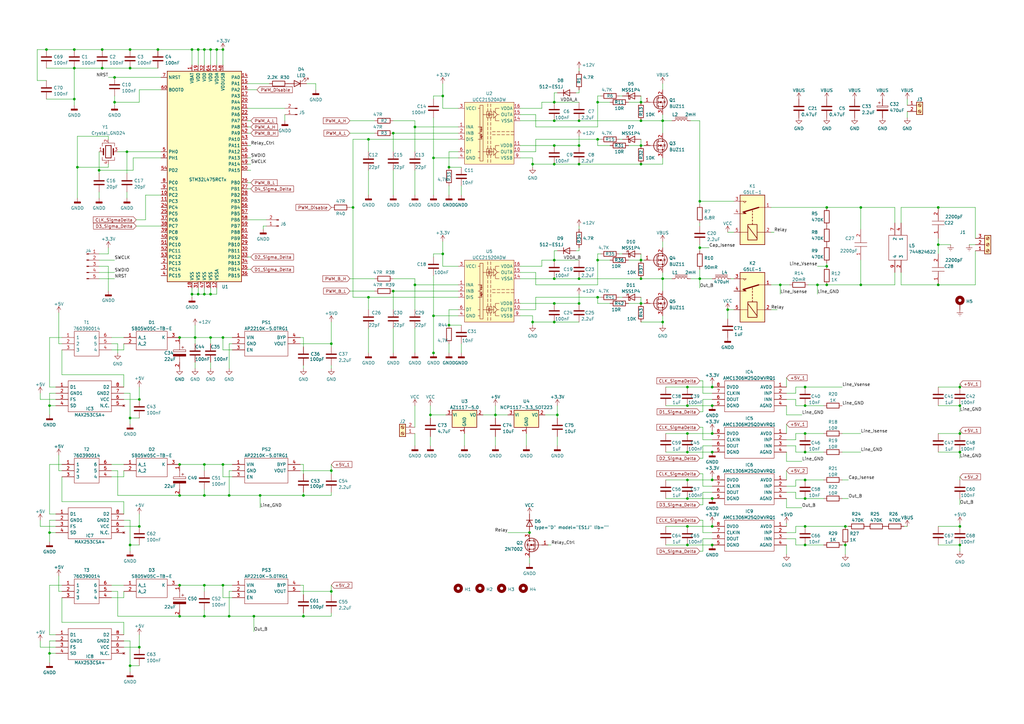
<source format=kicad_sch>
(kicad_sch (version 20211123) (generator eeschema)
  (paper "A3")
  (title_block (title "GTI version 5") (company "James Fotherby"))
  (lib_symbols
    (symbol "595D226X9020B2T:595D226X9020B2T" (pin_names (offset 0.762))
      (property "Reference" "C" (at 8.89 6.35 0))
      (property "Value" "595D226X9020B2T" (at 8.89 3.81 0))
      (symbol "595D226X9020B2T_0_0"
        (pin passive line (at 0 0 0) (length 2.54) (name "~") (number "1"))
        (pin passive line (at 12.7 0 180) (length 2.54) (name "~") (number "2"))
      )
    )
    (symbol "744824622:744824622" (pin_names (offset 0.762))
      (property "Reference" "L" (at 16.51 7.62 0))
      (property "Value" "744824622" (at 16.51 5.08 0))
      (symbol "744824622_0_0"
        (pin passive line (at 0 -2.54 0) (length 5.08) (name "3") (number "2"))
        (pin passive line (at 20.32 -2.54 180) (length 5.08) (name "1") (number "4"))
        (pin passive line (at 20.32 0 180) (length 5.08) (name "2") (number "7"))
        (pin passive line (at 0 0 0) (length 5.08) (name "4") (number "9"))
      )
    )
    (symbol "760390014:760390014" (pin_names (offset 0.762))
      (property "Reference" "T" (at 16.51 7.62 0))
      (property "Value" "760390014" (at 16.51 5.08 0))
      (symbol "760390014_0_0"
        (pin passive line (at 0 0 0) (length 5.08) (name "1") (number "1"))
        (pin passive line (at 0 -2.54 0) (length 5.08) (name "2") (number "2"))
        (pin passive line (at 0 -5.08 0) (length 5.08) (name "3") (number "3"))
        (pin passive line (at 20.32 -5.08 180) (length 5.08) (name "4") (number "4"))
        (pin passive line (at 20.32 -2.54 180) (length 5.08) (name "5") (number "5"))
        (pin passive line (at 20.32 0 180) (length 5.08) (name "6") (number "6"))
      )
    )
    (symbol "AMC1306M25QDWVRQ1:AMC1306M25QDWVRQ1" (pin_names (offset 0.762))
      (property "Reference" "IC" (at 26.67 7.62 0))
      (property "Value" "AMC1306M25QDWVRQ1" (at 26.67 5.08 0))
      (symbol "AMC1306M25QDWVRQ1_0_0"
        (pin passive line (at 0 0 0) (length 5.08) (name "AVDD") (number "1"))
        (pin passive line (at 0 -2.54 0) (length 5.08) (name "INP") (number "2"))
        (pin passive line (at 0 -5.08 0) (length 5.08) (name "INN") (number "3"))
        (pin passive line (at 0 -7.62 0) (length 5.08) (name "AGND") (number "4"))
        (pin passive line (at 30.48 -7.62 180) (length 5.08) (name "DGND") (number "5"))
        (pin passive line (at 30.48 -5.08 180) (length 5.08) (name "DOUT") (number "6"))
        (pin passive line (at 30.48 -2.54 180) (length 5.08) (name "CLKIN") (number "7"))
        (pin passive line (at 30.48 0 180) (length 5.08) (name "DVDD") (number "8"))
      )
    )
    (symbol "AP2210K-5.0TRG1:AP2210K-5.0TRG1" (pin_names (offset 0.762))
      (property "Reference" "PS" (at 24.13 7.62 0))
      (property "Value" "AP2210K-5.0TRG1" (at 24.13 5.08 0))
      (symbol "AP2210K-5.0TRG1_0_0"
        (pin power_in line (at 0 0 0) (length 5.08) (name "VIN") (number "1"))
        (pin power_in line (at 0 -2.54 0) (length 5.08) (name "GND") (number "2"))
        (pin input line (at 0 -5.08 0) (length 5.08) (name "EN") (number "3"))
        (pin passive line (at 27.94 0 180) (length 5.08) (name "BYP") (number "4"))
        (pin power_in line (at 27.94 -2.54 180) (length 5.08) (name "VOUT") (number "5"))
      )
    )
    (symbol "C901U222MZVDBA7317:C901U222MZVDBA7317" (pin_names (offset 0.762))
      (property "Reference" "C" (at 8.89 6.35 0))
      (property "Value" "C901U222MZVDBA7317" (at 8.89 3.81 0))
      (symbol "C901U222MZVDBA7317_0_0"
        (pin passive line (at 0 0 0) (length 5.08) (name "~") (number "1"))
        (pin passive line (at 12.7 0 180) (length 5.08) (name "~") (number "2"))
      )
    )
    (symbol "Connector:Conn_01x02_Male" (pin_names (offset 1.016) hide)
      (property "Reference" "J" (at 0 2.54 0))
      (property "Value" "Conn_01x02_Male" (at 0 -5.08 0))
      (symbol "Conn_01x02_Male_1_1"
        (pin passive line (at 5.08 0 180) (length 3.81) (name "Pin_1") (number "1"))
        (pin passive line (at 5.08 -2.54 180) (length 3.81) (name "Pin_2") (number "2"))
      )
    )
    (symbol "Connector:Conn_01x05_Male" (pin_names (offset 1.016) hide)
      (property "Reference" "J" (at 0 7.62 0))
      (property "Value" "Conn_01x05_Male" (at 0 -7.62 0))
      (symbol "Conn_01x05_Male_1_1"
        (pin passive line (at 5.08 5.08 180) (length 3.81) (name "Pin_1") (number "1"))
        (pin passive line (at 5.08 2.54 180) (length 3.81) (name "Pin_2") (number "2"))
        (pin passive line (at 5.08 0 180) (length 3.81) (name "Pin_3") (number "3"))
        (pin passive line (at 5.08 -2.54 180) (length 3.81) (name "Pin_4") (number "4"))
        (pin passive line (at 5.08 -5.08 180) (length 3.81) (name "Pin_5") (number "5"))
      )
    )
    (symbol "Connector:Screw_Terminal_01x02" (pin_names (offset 1.016) hide)
      (property "Reference" "J" (at 0 2.54 0))
      (property "Value" "Screw_Terminal_01x02" (at 0 -5.08 0))
      (symbol "Screw_Terminal_01x02_1_1"
        (pin passive line (at -5.08 0 0) (length 3.81) (name "Pin_1") (number "1"))
        (pin passive line (at -5.08 -2.54 0) (length 3.81) (name "Pin_2") (number "2"))
      )
    )
    (symbol "Connector:Screw_Terminal_01x03" (pin_names (offset 1.016) hide)
      (property "Reference" "J" (at 0 5.08 0))
      (property "Value" "Screw_Terminal_01x03" (at 0 -5.08 0))
      (symbol "Screw_Terminal_01x03_1_1"
        (pin passive line (at -5.08 2.54 0) (length 3.81) (name "Pin_1") (number "1"))
        (pin passive line (at -5.08 0 0) (length 3.81) (name "Pin_2") (number "2"))
        (pin passive line (at -5.08 -2.54 0) (length 3.81) (name "Pin_3") (number "3"))
      )
    )
    (symbol "Device:C" (pin_numbers hide) (pin_names (offset 0.254))
      (property "Reference" "C" (at 0.635 2.54 0))
      (property "Value" "C" (at 0.635 -2.54 0))
      (symbol "C_1_1"
        (pin passive line (at 0 3.81 270) (length 2.794) (name "~") (number "1"))
        (pin passive line (at 0 -3.81 90) (length 2.794) (name "~") (number "2"))
      )
    )
    (symbol "Device:C_Polarized" (pin_numbers hide) (pin_names (offset 0.254))
      (property "Reference" "C" (at 0.635 2.54 0))
      (property "Value" "C_Polarized" (at 0.635 -2.54 0))
      (symbol "C_Polarized_1_1"
        (pin passive line (at 0 3.81 270) (length 2.794) (name "~") (number "1"))
        (pin passive line (at 0 -3.81 90) (length 2.794) (name "~") (number "2"))
      )
    )
    (symbol "Device:Crystal_GND24" (pin_names (offset 1.016) hide)
      (property "Reference" "Y" (at 3.175 5.08 0))
      (property "Value" "Crystal_GND24" (at 3.175 3.175 0))
      (symbol "Crystal_GND24_1_1"
        (pin passive line (at -3.81 0 0) (length 1.27) (name "1") (number "1"))
        (pin passive line (at 0 5.08 270) (length 1.27) (name "2") (number "2"))
        (pin passive line (at 3.81 0 180) (length 1.27) (name "3") (number "3"))
        (pin passive line (at 0 -5.08 90) (length 1.27) (name "4") (number "4"))
      )
    )
    (symbol "Device:LED" (pin_numbers hide) (pin_names (offset 1.016) hide)
      (property "Reference" "D" (at 0 2.54 0))
      (property "Value" "LED" (at 0 -2.54 0))
      (symbol "LED_1_1"
        (pin passive line (at -3.81 0 0) (length 2.54) (name "K") (number "1"))
        (pin passive line (at 3.81 0 180) (length 2.54) (name "A") (number "2"))
      )
    )
    (symbol "Device:L_Iron" (pin_numbers hide) (pin_names (offset 1.016) hide)
      (property "Reference" "L" (at -1.27 0 90))
      (property "Value" "L_Iron" (at 2.794 0 90))
      (symbol "L_Iron_1_1"
        (pin passive line (at 0 3.81 270) (length 1.27) (name "1") (number "1"))
        (pin passive line (at 0 -3.81 90) (length 1.27) (name "2") (number "2"))
      )
    )
    (symbol "Device:R" (pin_numbers hide) (pin_names (offset 0))
      (property "Reference" "R" (at 2.032 0 90))
      (property "Value" "R" (at 0 0 90))
      (symbol "R_1_1"
        (pin passive line (at 0 3.81 270) (length 1.27) (name "~") (number "1"))
        (pin passive line (at 0 -3.81 90) (length 1.27) (name "~") (number "2"))
      )
    )
    (symbol "Diode:B120-E3" (pin_numbers hide) (pin_names hide)
      (property "Reference" "D" (at 0 2.54 0))
      (property "Value" "B120-E3" (at 0 -2.54 0))
      (symbol "B120-E3_1_1"
        (pin passive line (at -3.81 0 0) (length 2.54) (name "K") (number "1"))
        (pin passive line (at 3.81 0 180) (length 2.54) (name "A") (number "2"))
      )
    )
    (symbol "Diode:MRA4005T3G" (pin_numbers hide) (pin_names (offset 1.016) hide)
      (property "Reference" "D" (at 0 2.54 0))
      (property "Value" "MRA4005T3G" (at 0 -2.54 0))
      (symbol "MRA4005T3G_1_1"
        (pin passive line (at -3.81 0 0) (length 2.54) (name "K") (number "1"))
        (pin passive line (at 3.81 0 180) (length 2.54) (name "A") (number "2"))
      )
    )
    (symbol "Driver_FET:UCC21520ADW"
      (property "Reference" "U" (at 0 16.51 0))
      (property "Value" "UCC21520ADW" (at 0 13.97 0))
      (symbol "UCC21520ADW_0_0"
        (text "Logic Input" (at -3.302 0 900) (effects (font (size 0.635 0.635))))
      )
      (symbol "UCC21520ADW_1_1"
        (pin input line (at -12.7 2.54 0) (length 2.54) (name "INA") (number "1"))
        (pin output line (at 12.7 -7.62 180) (length 2.54) (name "OUTB") (number "10"))
        (pin power_in line (at 12.7 -5.08 180) (length 2.54) (name "VDDB") (number "11"))
        (pin no_connect line (at 10.16 -2.54 180) (length 2.54) hide (name "NC") (number "12"))
        (pin no_connect line (at 10.16 2.54 180) (length 2.54) hide (name "NC") (number "13"))
        (pin power_in line (at 12.7 5.08 180) (length 2.54) (name "VSSA") (number "14"))
        (pin output line (at 12.7 7.62 180) (length 2.54) (name "OUTA") (number "15"))
        (pin power_in line (at 12.7 10.16 180) (length 2.54) (name "VDDA") (number "16"))
        (pin input line (at -12.7 0 0) (length 2.54) (name "INB") (number "2"))
        (pin power_in line (at -12.7 10.16 0) (length 2.54) (name "VCCI") (number "3"))
        (pin power_in line (at -12.7 -10.16 0) (length 2.54) (name "GND") (number "4"))
        (pin input line (at -12.7 -2.54 0) (length 2.54) (name "DIS") (number "5"))
        (pin passive line (at -12.7 -7.62 0) (length 2.54) (name "DT") (number "6"))
        (pin no_connect line (at -10.16 -5.08 0) (length 2.54) hide (name "NC") (number "7"))
        (pin passive line (at -12.7 10.16 0) (length 2.54) hide (name "VCCI") (number "8"))
        (pin power_in line (at 12.7 -10.16 180) (length 2.54) (name "VSSB") (number "9"))
      )
    )
    (symbol "MAX253CSA+:MAX253CSA+" (pin_names (offset 0.762))
      (property "Reference" "IC" (at 24.13 7.62 0))
      (property "Value" "MAX253CSA+" (at 24.13 5.08 0))
      (symbol "MAX253CSA+_0_0"
        (pin passive line (at 0 0 0) (length 5.08) (name "D1") (number "1"))
        (pin passive line (at 0 -2.54 0) (length 5.08) (name "GND1") (number "2"))
        (pin passive line (at 0 -5.08 0) (length 5.08) (name "FS") (number "3"))
        (pin passive line (at 0 -7.62 0) (length 5.08) (name "SD") (number "4"))
        (pin no_connect line (at 27.94 -7.62 180) (length 5.08) (name "N.C.") (number "5"))
        (pin passive line (at 27.94 -5.08 180) (length 5.08) (name "VCC") (number "6"))
        (pin passive line (at 27.94 -2.54 180) (length 5.08) (name "GND2") (number "7"))
        (pin passive line (at 27.94 0 180) (length 5.08) (name "D2") (number "8"))
      )
    )
    (symbol "MCU_ST_STM32L4:STM32L475RCTx"
      (property "Reference" "U" (at -15.24 44.45 0))
      (property "Value" "STM32L475RCTx" (at 10.16 44.45 0))
      (symbol "STM32L475RCTx_1_1"
        (pin power_in line (at -5.08 45.72 270) (length 2.54) (name "VBAT") (number "1"))
        (pin bidirectional line (at -17.78 -7.62 0) (length 2.54) (name "PC2") (number "10"))
        (pin bidirectional line (at -17.78 -10.16 0) (length 2.54) (name "PC3") (number "11"))
        (pin power_in line (at 5.08 -45.72 90) (length 2.54) (name "VSSA") (number "12"))
        (pin power_in line (at 5.08 45.72 270) (length 2.54) (name "VDDA") (number "13"))
        (pin bidirectional line (at 17.78 40.64 180) (length 2.54) (name "PA0") (number "14"))
        (pin bidirectional line (at 17.78 38.1 180) (length 2.54) (name "PA1") (number "15"))
        (pin bidirectional line (at 17.78 35.56 180) (length 2.54) (name "PA2") (number "16"))
        (pin bidirectional line (at 17.78 33.02 180) (length 2.54) (name "PA3") (number "17"))
        (pin power_in line (at -5.08 -45.72 90) (length 2.54) (name "VSS") (number "18"))
        (pin power_in line (at -2.54 45.72 270) (length 2.54) (name "VDD") (number "19"))
        (pin bidirectional line (at -17.78 -35.56 0) (length 2.54) (name "PC13") (number "2"))
        (pin bidirectional line (at 17.78 30.48 180) (length 2.54) (name "PA4") (number "20"))
        (pin bidirectional line (at 17.78 27.94 180) (length 2.54) (name "PA5") (number "21"))
        (pin bidirectional line (at 17.78 25.4 180) (length 2.54) (name "PA6") (number "22"))
        (pin bidirectional line (at 17.78 22.86 180) (length 2.54) (name "PA7") (number "23"))
        (pin bidirectional line (at -17.78 -12.7 0) (length 2.54) (name "PC4") (number "24"))
        (pin bidirectional line (at -17.78 -15.24 0) (length 2.54) (name "PC5") (number "25"))
        (pin bidirectional line (at 17.78 -2.54 180) (length 2.54) (name "PB0") (number "26"))
        (pin bidirectional line (at 17.78 -5.08 180) (length 2.54) (name "PB1") (number "27"))
        (pin bidirectional line (at 17.78 -7.62 180) (length 2.54) (name "PB2") (number "28"))
        (pin bidirectional line (at 17.78 -27.94 180) (length 2.54) (name "PB10") (number "29"))
        (pin bidirectional line (at -17.78 -38.1 0) (length 2.54) (name "PC14") (number "3"))
        (pin bidirectional line (at 17.78 -30.48 180) (length 2.54) (name "PB11") (number "30"))
        (pin power_in line (at -2.54 -45.72 90) (length 2.54) (name "VSS") (number "31"))
        (pin power_in line (at 0 45.72 270) (length 2.54) (name "VDD") (number "32"))
        (pin bidirectional line (at 17.78 -33.02 180) (length 2.54) (name "PB12") (number "33"))
        (pin bidirectional line (at 17.78 -35.56 180) (length 2.54) (name "PB13") (number "34"))
        (pin bidirectional line (at 17.78 -38.1 180) (length 2.54) (name "PB14") (number "35"))
        (pin bidirectional line (at 17.78 -40.64 180) (length 2.54) (name "PB15") (number "36"))
        (pin bidirectional line (at -17.78 -17.78 0) (length 2.54) (name "PC6") (number "37"))
        (pin bidirectional line (at -17.78 -20.32 0) (length 2.54) (name "PC7") (number "38"))
        (pin bidirectional line (at -17.78 -22.86 0) (length 2.54) (name "PC8") (number "39"))
        (pin bidirectional line (at -17.78 -40.64 0) (length 2.54) (name "PC15") (number "4"))
        (pin bidirectional line (at -17.78 -25.4 0) (length 2.54) (name "PC9") (number "40"))
        (pin bidirectional line (at 17.78 20.32 180) (length 2.54) (name "PA8") (number "41"))
        (pin bidirectional line (at 17.78 17.78 180) (length 2.54) (name "PA9") (number "42"))
        (pin bidirectional line (at 17.78 15.24 180) (length 2.54) (name "PA10") (number "43"))
        (pin bidirectional line (at 17.78 12.7 180) (length 2.54) (name "PA11") (number "44"))
        (pin bidirectional line (at 17.78 10.16 180) (length 2.54) (name "PA12") (number "45"))
        (pin bidirectional line (at 17.78 7.62 180) (length 2.54) (name "PA13") (number "46"))
        (pin power_in line (at 0 -45.72 90) (length 2.54) (name "VSS") (number "47"))
        (pin power_in line (at 7.62 45.72 270) (length 2.54) (name "VDDUSB") (number "48"))
        (pin bidirectional line (at 17.78 5.08 180) (length 2.54) (name "PA14") (number "49"))
        (pin input line (at -17.78 10.16 0) (length 2.54) (name "PH0") (number "5"))
        (pin bidirectional line (at 17.78 2.54 180) (length 2.54) (name "PA15") (number "50"))
        (pin bidirectional line (at -17.78 -27.94 0) (length 2.54) (name "PC10") (number "51"))
        (pin bidirectional line (at -17.78 -30.48 0) (length 2.54) (name "PC11") (number "52"))
        (pin bidirectional line (at -17.78 -33.02 0) (length 2.54) (name "PC12") (number "53"))
        (pin bidirectional line (at -17.78 2.54 0) (length 2.54) (name "PD2") (number "54"))
        (pin bidirectional line (at 17.78 -10.16 180) (length 2.54) (name "PB3") (number "55"))
        (pin bidirectional line (at 17.78 -12.7 180) (length 2.54) (name "PB4") (number "56"))
        (pin bidirectional line (at 17.78 -15.24 180) (length 2.54) (name "PB5") (number "57"))
        (pin bidirectional line (at 17.78 -17.78 180) (length 2.54) (name "PB6") (number "58"))
        (pin bidirectional line (at 17.78 -20.32 180) (length 2.54) (name "PB7") (number "59"))
        (pin input line (at -17.78 7.62 0) (length 2.54) (name "PH1") (number "6"))
        (pin input line (at -17.78 35.56 0) (length 2.54) (name "BOOT0") (number "60"))
        (pin bidirectional line (at 17.78 -22.86 180) (length 2.54) (name "PB8") (number "61"))
        (pin bidirectional line (at 17.78 -25.4 180) (length 2.54) (name "PB9") (number "62"))
        (pin power_in line (at 2.54 -45.72 90) (length 2.54) (name "VSS") (number "63"))
        (pin power_in line (at 2.54 45.72 270) (length 2.54) (name "VDD") (number "64"))
        (pin input line (at -17.78 40.64 0) (length 2.54) (name "NRST") (number "7"))
        (pin bidirectional line (at -17.78 -2.54 0) (length 2.54) (name "PC0") (number "8"))
        (pin bidirectional line (at -17.78 -5.08 0) (length 2.54) (name "PC1") (number "9"))
      )
    )
    (symbol "Mechanical:MountingHole" (pin_names (offset 1.016))
      (property "Reference" "H" (at 0 5.08 0))
      (property "Value" "MountingHole" (at 0 3.175 0))
    )
    (symbol "Mechanical:MountingHole_Pad" (pin_numbers hide) (pin_names (offset 1.016) hide)
      (property "Reference" "H" (at 0 6.35 0))
      (property "Value" "MountingHole_Pad" (at 0 4.445 0))
      (symbol "MountingHole_Pad_1_1"
        (pin input line (at 0 -2.54 90) (length 2.54) (name "1") (number "1"))
      )
    )
    (symbol "Regulator_Linear:AZ1117-5.0" (pin_names (offset 0.254))
      (property "Reference" "U" (at -3.81 3.175 0))
      (property "Value" "AZ1117-5.0" (at 0 3.175 0))
      (symbol "AZ1117-5.0_1_1"
        (pin power_in line (at 0 -7.62 90) (length 2.54) (name "GND") (number "1"))
        (pin power_out line (at 7.62 0 180) (length 2.54) (name "VO") (number "2"))
        (pin power_in line (at -7.62 0 0) (length 2.54) (name "VI") (number "3"))
      )
    )
    (symbol "Regulator_Linear:NCP1117-3.3_SOT223" (pin_names (offset 0.254))
      (property "Reference" "U" (at -3.81 3.175 0))
      (property "Value" "NCP1117-3.3_SOT223" (at 0 3.175 0))
      (symbol "NCP1117-3.3_SOT223_1_1"
        (pin power_in line (at 0 -7.62 90) (length 2.54) (name "GND") (number "1"))
        (pin power_out line (at 7.62 0 180) (length 2.54) (name "VO") (number "2"))
        (pin power_in line (at -7.62 0 0) (length 2.54) (name "VI") (number "3"))
      )
    )
    (symbol "Relay:G5LE-1"
      (property "Reference" "K" (at 11.43 3.81 0))
      (property "Value" "G5LE-1" (at 11.43 1.27 0))
      (symbol "G5LE-1_1_1"
        (pin passive line (at 5.08 -7.62 90) (length 2.54) (name "~") (number "1"))
        (pin passive line (at -5.08 -7.62 90) (length 2.54) (name "~") (number "2"))
        (pin passive line (at 7.62 7.62 270) (length 2.54) (name "~") (number "3"))
        (pin passive line (at 2.54 7.62 270) (length 2.54) (name "~") (number "4"))
        (pin passive line (at -5.08 7.62 270) (length 2.54) (name "~") (number "5"))
      )
    )
    (symbol "SB05W05C-TB-E:SB05W05C-TB-E" (pin_names (offset 0.762))
      (property "Reference" "D" (at 19.05 7.62 0))
      (property "Value" "SB05W05C-TB-E" (at 19.05 5.08 0))
      (symbol "SB05W05C-TB-E_0_0"
        (pin passive line (at 0 0 0) (length 5.08) (name "A_1") (number "1"))
        (pin passive line (at 0 -2.54 0) (length 5.08) (name "A_2") (number "2"))
        (pin passive line (at 22.86 0 180) (length 5.08) (name "K") (number "3"))
      )
    )
    (symbol "Simulation_SPICE:DIODE" (pin_numbers hide) (pin_names (offset 1.016) hide)
      (property "Reference" "D" (at 0 2.54 0))
      (property "Value" "DIODE" (at 0 -2.54 0))
      (symbol "DIODE_1_1"
        (pin passive line (at -3.81 0 0) (length 2.54) (name "A") (number "1"))
        (pin passive line (at 3.81 0 180) (length 2.54) (name "K") (number "2"))
      )
    )
    (symbol "Transistor_FET:2N7002" (pin_names hide)
      (property "Reference" "Q" (at 5.08 1.905 0))
      (property "Value" "2N7002" (at 5.08 0 0))
      (symbol "2N7002_1_1"
        (pin input line (at -5.08 0 0) (length 2.54) (name "G") (number "1"))
        (pin passive line (at 2.54 -5.08 90) (length 2.54) (name "S") (number "2"))
        (pin passive line (at 2.54 5.08 270) (length 2.54) (name "D") (number "3"))
      )
    )
    (symbol "Transistor_FET:BUZ11" (pin_names hide)
      (property "Reference" "Q" (at 6.35 1.905 0))
      (property "Value" "BUZ11" (at 6.35 0 0))
      (symbol "BUZ11_1_1"
        (pin input line (at -5.08 0 0) (length 2.54) (name "G") (number "1"))
        (pin passive line (at 2.54 5.08 270) (length 2.54) (name "D") (number "2"))
        (pin passive line (at 2.54 -5.08 90) (length 2.54) (name "S") (number "3"))
      )
    )
    (symbol "power:+12V" (power) (pin_names (offset 0))
      (property "Value" "+12V" (at 0 3.556 0))
      (symbol "+12V_1_1"
        (pin power_in line (at 0 0 90) (length 0) hide (name "+12V") (number "1"))
      )
    )
    (symbol "power:+3.3V" (power) (pin_names (offset 0))
      (property "Value" "+3.3V" (at 0 3.556 0))
      (symbol "+3.3V_1_1"
        (pin power_in line (at 0 0 90) (length 0) hide (name "+3.3V") (number "1"))
      )
    )
    (symbol "power:+5V" (power) (pin_names (offset 0))
      (property "Value" "+5V" (at 0 3.556 0))
      (symbol "+5V_1_1"
        (pin power_in line (at 0 0 90) (length 0) hide (name "+5V") (number "1"))
      )
    )
    (symbol "power:+5VD" (power) (pin_names (offset 0))
      (property "Value" "+5VD" (at 0 3.556 0))
      (symbol "+5VD_1_1"
        (pin power_in line (at 0 0 90) (length 0) hide (name "+5VD") (number "1"))
      )
    )
    (symbol "power:Earth" (power) (pin_names (offset 0))
      (symbol "Earth_1_1"
        (pin power_in line (at 0 0 270) (length 0) hide (name "Earth") (number "1"))
      )
    )
    (symbol "power:GND" (power) (pin_names (offset 0))
      (property "Value" "GND" (at 0 -3.81 0))
      (symbol "GND_1_1"
        (pin power_in line (at 0 0 270) (length 0) hide (name "GND") (number "1"))
      )
    )
    (symbol "power:GNDD" (power) (pin_names (offset 0))
      (property "Value" "GNDD" (at 0 -3.175 0))
      (symbol "GNDD_1_1"
        (pin power_in line (at 0 0 270) (length 0) hide (name "GNDD") (number "1"))
      )
    )
    (symbol "power:VBUS" (power) (pin_names (offset 0))
      (property "Value" "VBUS" (at 0 3.81 0))
      (symbol "VBUS_1_1"
        (pin power_in line (at 0 0 90) (length 0) hide (name "VBUS") (number "1"))
      )
    )
    (symbol "power:VCC" (power) (pin_names (offset 0))
      (property "Value" "VCC" (at 0 3.81 0))
      (symbol "VCC_1_1"
        (pin power_in line (at 0 0 90) (length 0) hide (name "VCC") (number "1"))
      )
    )
  )
  (junction (at 88.9 20.32))
  (junction (at 20.32 218.44))
  (junction (at 170.18 116.84))
  (junction (at 20.32 166.37))
  (junction (at 78.74 120.65))
  (junction (at 281.94 185.42))
  (junction (at 384.81 85.09))
  (junction (at 384.81 100.33))
  (junction (at 292.1 223.52))
  (junction (at 52.07 62.23))
  (junction (at 57.15 265.43))
  (junction (at 30.48 20.32))
  (junction (at 353.06 85.09))
  (junction (at 281.94 158.75))
  (junction (at 330.2 177.8))
  (junction (at 46.99 41.91))
  (junction (at 281.94 166.37))
  (junction (at 227.33 132.08))
  (junction (at 262.89 41.91))
  (junction (at 292.1 185.42))
  (junction (at 384.81 116.84))
  (junction (at 218.44 132.08))
  (junction (at 393.7 166.37))
  (junction (at 330.2 196.85))
  (junction (at 124.46 252.73))
  (junction (at 393.7 185.42))
  (junction (at 41.91 27.94))
  (junction (at 181.61 39.37))
  (junction (at 287.02 114.3))
  (junction (at 64.77 20.32))
  (junction (at 262.89 106.68))
  (junction (at 281.94 177.8))
  (junction (at 330.2 223.52))
  (junction (at 93.98 252.73))
  (junction (at 151.13 57.15))
  (junction (at 31.75 68.58))
  (junction (at 245.11 57.15))
  (junction (at 177.8 144.7639))
  (junction (at 346.71 215.9))
  (junction (at 46.99 31.75))
  (junction (at 86.36 138.43))
  (junction (at 330.2 158.75))
  (junction (at 287.02 82.55))
  (junction (at 330.2 166.37))
  (junction (at 135.89 242.57))
  (junction (at 83.82 252.73))
  (junction (at 83.82 240.03))
  (junction (at 40.64 69.85))
  (junction (at 53.34 171.45))
  (junction (at 228.6 170.18))
  (junction (at 86.36 120.65))
  (junction (at 237.49 67.31))
  (junction (at 83.82 20.32))
  (junction (at 78.74 20.32))
  (junction (at 262.89 67.31))
  (junction (at 393.7 158.75))
  (junction (at 73.66 203.2))
  (junction (at 237.49 114.3))
  (junction (at 320.04 116.84))
  (junction (at 177.8 64.77))
  (junction (at 271.78 132.08))
  (junction (at 393.7 215.9))
  (junction (at 339.09 85.09))
  (junction (at 93.98 203.2))
  (junction (at 151.13 121.92))
  (junction (at 83.82 120.65))
  (junction (at 104.14 252.73))
  (junction (at 292.1 215.9))
  (junction (at 57.15 163.83))
  (junction (at 245.11 41.91))
  (junction (at 19.05 20.32))
  (junction (at 30.48 27.94))
  (junction (at 53.34 20.32))
  (junction (at 41.91 20.32))
  (junction (at 57.15 215.9))
  (junction (at 393.7 177.8))
  (junction (at 393.7 223.52))
  (junction (at 227.33 114.3))
  (junction (at 330.2 185.42))
  (junction (at 176.53 170.18))
  (junction (at 203.2 170.18))
  (junction (at 339.09 116.84))
  (junction (at 30.48 40.64))
  (junction (at 161.29 54.61))
  (junction (at 20.32 267.97))
  (junction (at 330.2 215.9))
  (junction (at 227.33 67.31))
  (junction (at 292.1 166.37))
  (junction (at 227.33 59.69))
  (junction (at 227.33 106.68))
  (junction (at 262.89 114.3))
  (junction (at 227.33 124.46))
  (junction (at 170.18 52.07))
  (junction (at 91.44 190.5))
  (junction (at 106.68 203.2))
  (junction (at 227.33 41.91))
  (junction (at 245.11 106.68))
  (junction (at 91.44 138.43))
  (junction (at 281.94 204.47))
  (junction (at 271.78 114.3))
  (junction (at 184.15 133.35))
  (junction (at 292.1 177.8))
  (junction (at 53.34 223.52))
  (junction (at 83.82 203.2))
  (junction (at 73.66 138.43))
  (junction (at 53.34 273.05))
  (junction (at 346.71 223.52))
  (junction (at 135.89 193.04))
  (junction (at 161.29 119.38))
  (junction (at 287.02 101.6))
  (junction (at 237.49 124.46))
  (junction (at 91.44 240.03))
  (junction (at 181.61 104.14))
  (junction (at 271.78 49.53))
  (junction (at 81.28 20.32))
  (junction (at 86.36 20.32))
  (junction (at 262.89 49.53))
  (junction (at 335.28 116.84))
  (junction (at 177.8 129.54))
  (junction (at 73.66 240.03))
  (junction (at 353.06 116.84))
  (junction (at 144.78 85.09))
  (junction (at 237.49 59.69))
  (junction (at 292.1 196.85))
  (junction (at 53.34 27.94))
  (junction (at 227.33 49.53))
  (junction (at 339.09 109.22))
  (junction (at 330.2 204.47))
  (junction (at 73.66 252.73))
  (junction (at 218.44 67.31))
  (junction (at 184.15 68.58))
  (junction (at 135.89 140.97))
  (junction (at 124.46 203.2))
  (junction (at 81.28 120.65))
  (junction (at 80.01 138.43))
  (junction (at 281.94 223.52))
  (junction (at 73.66 190.5))
  (junction (at 292.1 204.47))
  (junction (at 245.11 121.92))
  (junction (at 217.17 218.44))
  (junction (at 292.1 158.75))
  (junction (at 262.89 59.69))
  (junction (at 281.94 196.85))
  (junction (at 262.89 124.46))
  (junction (at 281.94 215.9))
  (junction (at 83.82 190.5))
  (junction (at 298.45 127))
  (junction (at 237.49 49.53))
  (junction (at 91.44 20.32))
  (wire (pts (xy 50.8 240.03) (xy 45.72 240.03)))
  (wire (pts (xy 124.46 252.73) (xy 135.89 252.73)))
  (wire (pts (xy 46.99 43.18) (xy 46.99 41.91)))
  (wire (pts (xy 400.05 102.87) (xy 400.05 116.84)))
  (wire (pts (xy 326.39 204.47) (xy 330.2 204.47)))
  (wire (pts (xy 222.25 106.68) (xy 227.33 106.68)))
  (wire (pts (xy 25.4 143.51) (xy 25.4 153.67)))
  (wire (pts (xy 44.45 101.6) (xy 44.45 104.14)))
  (wire (pts (xy 20.32 161.29) (xy 22.86 161.29)))
  (wire (pts (xy 161.29 49.53) (xy 170.18 49.53)))
  (wire (pts (xy 91.44 195.58) (xy 95.25 195.58)))
  (wire (pts (xy 45.72 138.43) (xy 50.8 138.43)))
  (wire (pts (xy 52.07 78.74) (xy 52.07 81.28)))
  (wire (pts (xy 161.29 144.78) (xy 161.29 134.62)))
  (wire (pts (xy 292.1 201.93) (xy 288.29 201.93)))
  (wire (pts (xy 106.68 208.28) (xy 106.68 203.2)))
  (wire (pts (xy 50.8 265.43) (xy 57.15 265.43)))
  (wire (pts (xy 222.25 106.68) (xy 222.25 109.22)))
  (wire (pts (xy 124.46 201.93) (xy 124.46 203.2)))
  (wire (pts (xy 218.44 132.08) (xy 227.33 132.08)))
  (wire (pts (xy 177.8 144.7639) (xy 177.8 129.54)))
  (wire (pts (xy 88.9 20.32) (xy 91.44 20.32)))
  (wire (pts (xy 57.15 215.9) (xy 57.15 210.82)))
  (wire (pts (xy 41.91 27.94) (xy 53.34 27.94)))
  (wire (pts (xy 237.49 27.94) (xy 237.49 29.21)))
  (wire (pts (xy 20.32 190.5) (xy 20.32 210.82)))
  (wire (pts (xy 237.49 93.98) (xy 237.49 92.71)))
  (wire (pts (xy 181.61 44.45) (xy 187.96 44.45)))
  (wire (pts (xy 143.51 85.09) (xy 144.78 85.09)))
  (wire (pts (xy 228.6 171.45) (xy 228.6 170.18)))
  (wire (pts (xy 281.94 166.37) (xy 292.1 166.37)))
  (wire (pts (xy 322.58 189.23) (xy 328.93 189.23)))
  (wire (pts (xy 254 57.15) (xy 255.27 57.15)))
  (wire (pts (xy 245.11 104.14) (xy 245.11 106.68)))
  (wire (pts (xy 326.39 201.93) (xy 326.39 204.47)))
  (wire (pts (xy 287.02 194.31) (xy 288.29 194.31)))
  (wire (pts (xy 135.89 194.31) (xy 135.89 193.04)))
  (wire (pts (xy 45.72 140.97) (xy 48.26 140.97)))
  (wire (pts (xy 219.71 111.76) (xy 219.71 116.84)))
  (wire (pts (xy 262.89 104.14) (xy 262.89 106.68)))
  (wire (pts (xy 281.94 204.47) (xy 292.1 204.47)))
  (wire (pts (xy 190.5 177.8) (xy 190.5 182.88)))
  (wire (pts (xy 287.02 114.3) (xy 287.02 118.11)))
  (wire (pts (xy 326.39 182.88) (xy 326.39 185.42)))
  (wire (pts (xy 273.05 177.8) (xy 281.94 177.8)))
  (wire (pts (xy 95.25 140.97) (xy 93.98 140.97)))
  (wire (pts (xy 257.81 106.68) (xy 262.89 106.68)))
  (wire (pts (xy 287.02 83.82) (xy 287.02 82.55)))
  (wire (pts (xy 237.49 114.3) (xy 262.89 114.3)))
  (wire (pts (xy 287.02 156.21) (xy 288.29 156.21)))
  (wire (pts (xy 203.2 170.18) (xy 208.28 170.18)))
  (wire (pts (xy 237.49 106.68) (xy 227.33 106.68)))
  (wire (pts (xy 245.11 106.68) (xy 250.19 106.68)))
  (wire (pts (xy 170.18 144.78) (xy 170.18 134.62)))
  (wire (pts (xy 222.25 41.91) (xy 222.25 44.45)))
  (wire (pts (xy 337.82 166.37) (xy 330.2 166.37)))
  (wire (pts (xy 287.02 101.6) (xy 290.83 101.6)))
  (wire (pts (xy 337.82 223.52) (xy 330.2 223.52)))
  (wire (pts (xy 83.82 240.03) (xy 91.44 240.03)))
  (wire (pts (xy 48.26 242.57) (xy 48.26 252.73)))
  (wire (pts (xy 227.33 114.3) (xy 237.49 114.3)))
  (wire (pts (xy 326.39 220.98) (xy 326.39 223.52)))
  (wire (pts (xy 246.38 104.14) (xy 245.11 104.14)))
  (wire (pts (xy 50.8 163.83) (xy 57.15 163.83)))
  (wire (pts (xy 95.25 193.04) (xy 93.98 193.04)))
  (wire (pts (xy 181.61 104.14) (xy 181.61 109.22)))
  (wire (pts (xy 20.32 222.25) (xy 20.32 218.44)))
  (wire (pts (xy 16.51 163.83) (xy 16.51 161.29)))
  (wire (pts (xy 218.44 67.31) (xy 227.33 67.31)))
  (wire (pts (xy 177.8 64.77) (xy 187.96 64.77)))
  (wire (pts (xy 46.99 31.75) (xy 66.04 31.75)))
  (wire (pts (xy 44.45 57.15) (xy 44.45 55.88)))
  (wire (pts (xy 83.82 203.2) (xy 83.82 200.66)))
  (wire (pts (xy 83.82 240.03) (xy 73.66 240.03)))
  (wire (pts (xy 86.36 138.43) (xy 91.44 138.43)))
  (wire (pts (xy 64.77 20.32) (xy 78.74 20.32)))
  (wire (pts (xy 245.11 116.84) (xy 245.11 106.68)))
  (wire (pts (xy 322.58 193.04) (xy 322.58 196.85)))
  (wire (pts (xy 292.1 214.63) (xy 292.1 215.9)))
  (wire (pts (xy 187.96 62.23) (xy 184.15 62.23)))
  (wire (pts (xy 93.98 203.2) (xy 106.68 203.2)))
  (wire (pts (xy 347.98 204.47) (xy 345.44 204.47)))
  (wire (pts (xy 367.03 111.76) (xy 367.03 116.84)))
  (wire (pts (xy 184.15 144.78) (xy 184.15 140.97)))
  (wire (pts (xy 143.51 114.3) (xy 153.67 114.3)))
  (wire (pts (xy 287.02 213.36) (xy 288.29 213.36)))
  (wire (pts (xy 22.86 215.9) (xy 16.51 215.9)))
  (wire (pts (xy 316.23 116.84) (xy 320.04 116.84)))
  (wire (pts (xy 78.74 26.67) (xy 78.74 20.32)))
  (wire (pts (xy 330.2 158.75) (xy 345.44 158.75)))
  (wire (pts (xy 20.32 271.78) (xy 20.32 267.97)))
  (wire (pts (xy 20.32 166.37) (xy 20.32 161.29)))
  (wire (pts (xy 326.39 185.42) (xy 330.2 185.42)))
  (wire (pts (xy 22.86 218.44) (xy 20.32 218.44)))
  (wire (pts (xy 124.46 190.5) (xy 123.19 190.5)))
  (wire (pts (xy 292.1 176.53) (xy 292.1 177.8)))
  (wire (pts (xy 217.17 231.14) (xy 217.17 228.6)))
  (wire (pts (xy 124.46 240.03) (xy 124.46 243.84)))
  (wire (pts (xy 50.8 213.36) (xy 53.34 213.36)))
  (wire (pts (xy 288.29 180.34) (xy 288.29 175.26)))
  (wire (pts (xy 45.72 195.58) (xy 50.8 195.58)))
  (wire (pts (xy 227.33 49.53) (xy 237.49 49.53)))
  (wire (pts (xy 262.89 49.53) (xy 271.78 49.53)))
  (wire (pts (xy 218.44 133.35) (xy 218.44 132.08)))
  (wire (pts (xy 287.02 175.26) (xy 288.29 175.26)))
  (wire (pts (xy 330.2 215.9) (xy 346.71 215.9)))
  (wire (pts (xy 64.77 27.94) (xy 53.34 27.94)))
  (wire (pts (xy 288.29 161.29) (xy 288.29 156.21)))
  (wire (pts (xy 213.36 111.76) (xy 219.71 111.76)))
  (wire (pts (xy 40.64 109.22) (xy 44.45 109.22)))
  (wire (pts (xy 228.6 166.37) (xy 228.6 170.18)))
  (wire (pts (xy 298.45 95.25) (xy 300.99 95.25)))
  (wire (pts (xy 322.58 182.88) (xy 326.39 182.88)))
  (wire (pts (xy 245.11 41.91) (xy 250.19 41.91)))
  (wire (pts (xy 44.45 109.22) (xy 44.45 119.38)))
  (wire (pts (xy 292.1 220.98) (xy 288.29 220.98)))
  (wire (pts (xy 335.28 116.84) (xy 339.09 116.84)))
  (wire (pts (xy 45.72 245.11) (xy 50.8 245.11)))
  (wire (pts (xy 151.13 121.92) (xy 151.13 127)))
  (wire (pts (xy 144.78 85.09) (xy 144.78 57.15)))
  (wire (pts (xy 219.71 52.07) (xy 245.11 52.07)))
  (wire (pts (xy 372.11 215.9) (xy 370.84 215.9)))
  (wire (pts (xy 22.86 166.37) (xy 20.32 166.37)))
  (wire (pts (xy 110.49 34.29) (xy 101.6 34.29)))
  (wire (pts (xy 389.89 100.33) (xy 384.81 100.33)))
  (wire (pts (xy 24.13 186.69) (xy 24.13 193.04)))
  (wire (pts (xy 271.78 34.29) (xy 271.78 36.83)))
  (wire (pts (xy 101.6 67.31) (xy 102.87 67.31)))
  (wire (pts (xy 237.49 120.65) (xy 237.49 124.46)))
  (wire (pts (xy 83.82 242.57) (xy 83.82 240.03)))
  (wire (pts (xy 189.23 68.58) (xy 184.15 68.58)))
  (wire (pts (xy 16.51 215.9) (xy 16.51 213.36)))
  (wire (pts (xy 66.04 64.77) (xy 54.61 64.77)))
  (wire (pts (xy 292.1 215.9) (xy 281.94 215.9)))
  (wire (pts (xy 124.46 251.46) (xy 124.46 252.73)))
  (wire (pts (xy 80.01 151.13) (xy 80.01 148.59)))
  (wire (pts (xy 262.89 67.31) (xy 271.78 67.31)))
  (wire (pts (xy 322.58 220.98) (xy 326.39 220.98)))
  (wire (pts (xy 393.7 187.96) (xy 393.7 185.42)))
  (wire (pts (xy 50.8 190.5) (xy 45.72 190.5)))
  (wire (pts (xy 353.06 116.84) (xy 367.03 116.84)))
  (wire (pts (xy 326.39 215.9) (xy 330.2 215.9)))
  (wire (pts (xy 177.8 48.26) (xy 177.8 64.77)))
  (wire (pts (xy 322.58 218.44) (xy 326.39 218.44)))
  (wire (pts (xy 22.86 260.35) (xy 20.32 260.35)))
  (wire (pts (xy 54.61 69.85) (xy 40.64 69.85)))
  (wire (pts (xy 228.6 38.1) (xy 227.33 38.1)))
  (wire (pts (xy 322.58 214.63) (xy 322.58 215.9)))
  (wire (pts (xy 57.15 36.83) (xy 66.04 36.83)))
  (wire (pts (xy 326.39 199.39) (xy 326.39 196.85)))
  (wire (pts (xy 177.8 144.78) (xy 177.8 144.7639)))
  (wire (pts (xy 91.44 245.11) (xy 91.44 240.03)))
  (wire (pts (xy 161.29 80.01) (xy 161.29 69.85)))
  (wire (pts (xy 271.78 49.53) (xy 271.78 46.99)))
  (wire (pts (xy 20.32 213.36) (xy 22.86 213.36)))
  (wire (pts (xy 102.87 49.53) (xy 101.6 49.53)))
  (wire (pts (xy 298.45 127) (xy 300.99 127)))
  (wire (pts (xy 86.36 138.43) (xy 80.01 138.43)))
  (wire (pts (xy 245.11 57.15) (xy 219.71 57.15)))
  (wire (pts (xy 322.58 223.52) (xy 322.58 227.33)))
  (wire (pts (xy 189.23 80.01) (xy 189.23 76.2)))
  (wire (pts (xy 326.39 177.8) (xy 330.2 177.8)))
  (wire (pts (xy 177.8 129.54) (xy 187.96 129.54)))
  (wire (pts (xy 78.74 121.92) (xy 78.74 120.65)))
  (wire (pts (xy 384.81 215.9) (xy 393.7 215.9)))
  (wire (pts (xy 91.44 190.5) (xy 95.25 190.5)))
  (wire (pts (xy 322.58 201.93) (xy 326.39 201.93)))
  (wire (pts (xy 400.05 85.09) (xy 384.81 85.09)))
  (wire (pts (xy 273.05 185.42) (xy 281.94 185.42)))
  (wire (pts (xy 187.96 121.92) (xy 151.13 121.92)))
  (wire (pts (xy 83.82 193.04) (xy 83.82 190.5)))
  (wire (pts (xy 135.89 142.24) (xy 135.89 140.97)))
  (wire (pts (xy 208.28 218.44) (xy 217.17 218.44)))
  (wire (pts (xy 213.36 124.46) (xy 227.33 124.46)))
  (wire (pts (xy 181.61 39.37) (xy 181.61 44.45)))
  (wire (pts (xy 53.34 20.32) (xy 64.77 20.32)))
  (wire (pts (xy 287.02 207.01) (xy 288.29 207.01)))
  (wire (pts (xy 25.4 240.03) (xy 20.32 240.03)))
  (wire (pts (xy 337.82 185.42) (xy 330.2 185.42)))
  (wire (pts (xy 187.96 127) (xy 184.15 127)))
  (wire (pts (xy 237.49 67.31) (xy 262.89 67.31)))
  (wire (pts (xy 287.02 100.33) (xy 287.02 101.6)))
  (wire (pts (xy 353.06 177.8) (xy 345.44 177.8)))
  (wire (pts (xy 326.39 218.44) (xy 326.39 215.9)))
  (wire (pts (xy 384.81 100.33) (xy 384.81 104.14)))
  (wire (pts (xy 83.82 190.5) (xy 91.44 190.5)))
  (wire (pts (xy 187.96 57.15) (xy 151.13 57.15)))
  (wire (pts (xy 25.4 245.11) (xy 25.4 255.27)))
  (wire (pts (xy 288.29 163.83) (xy 288.29 168.91)))
  (wire (pts (xy 20.32 262.89) (xy 22.86 262.89)))
  (wire (pts (xy 184.15 127) (xy 184.15 133.35)))
  (wire (pts (xy 283.21 114.3) (xy 287.02 114.3)))
  (wire (pts (xy 30.48 43.18) (xy 30.48 40.64)))
  (wire (pts (xy 124.46 149.86) (xy 124.46 151.13)))
  (wire (pts (xy 316.23 85.09) (xy 339.09 85.09)))
  (wire (pts (xy 331.47 116.84) (xy 335.28 116.84)))
  (wire (pts (xy 326.39 158.75) (xy 330.2 158.75)))
  (wire (pts (xy 246.38 57.15) (xy 245.11 57.15)))
  (wire (pts (xy 215.9 177.8) (xy 215.9 182.88)))
  (wire (pts (xy 320.04 120.65) (xy 320.04 116.84)))
  (wire (pts (xy 271.78 133.35) (xy 271.78 132.08)))
  (wire (pts (xy 271.78 114.3) (xy 271.78 111.76)))
  (wire (pts (xy 135.89 240.03) (xy 135.89 242.57)))
  (wire (pts (xy 326.39 180.34) (xy 326.39 177.8)))
  (wire (pts (xy 161.29 114.3) (xy 170.18 114.3)))
  (wire (pts (xy 24.13 140.97) (xy 25.4 140.97)))
  (wire (pts (xy 91.44 20.32) (xy 91.44 26.67)))
  (wire (pts (xy 59.69 80.01) (xy 59.69 90.17)))
  (wire (pts (xy 101.6 36.83) (xy 105.41 36.83)))
  (wire (pts (xy 384.81 177.8) (xy 393.7 177.8)))
  (wire (pts (xy 262.89 57.15) (xy 262.89 59.69)))
  (wire (pts (xy 384.81 185.42) (xy 393.7 185.42)))
  (wire (pts (xy 143.51 119.38) (xy 153.67 119.38)))
  (wire (pts (xy 124.46 203.2) (xy 135.89 203.2)))
  (wire (pts (xy 93.98 193.04) (xy 93.98 203.2)))
  (wire (pts (xy 46.99 41.91) (xy 46.99 39.37)))
  (wire (pts (xy 198.12 170.18) (xy 203.2 170.18)))
  (wire (pts (xy 93.98 252.73) (xy 104.14 252.73)))
  (wire (pts (xy 48.26 252.73) (xy 73.66 252.73)))
  (wire (pts (xy 227.33 38.1) (xy 227.33 41.91)))
  (wire (pts (xy 262.89 132.08) (xy 271.78 132.08)))
  (wire (pts (xy 57.15 36.83) (xy 57.15 41.91)))
  (wire (pts (xy 24.13 236.22) (xy 24.13 242.57)))
  (wire (pts (xy 170.18 49.53) (xy 170.18 52.07)))
  (wire (pts (xy 107.95 93.98) (xy 107.95 92.71)))
  (wire (pts (xy 50.8 195.58) (xy 50.8 193.04)))
  (wire (pts (xy 339.09 85.09) (xy 353.06 85.09)))
  (wire (pts (xy 91.44 138.43) (xy 95.25 138.43)))
  (wire (pts (xy 237.49 49.53) (xy 262.89 49.53)))
  (wire (pts (xy 237.49 102.87) (xy 237.49 101.6)))
  (wire (pts (xy 44.45 104.14) (xy 40.64 104.14)))
  (wire (pts (xy 287.02 226.06) (xy 288.29 226.06)))
  (wire (pts (xy 281.94 185.42) (xy 292.1 185.42)))
  (wire (pts (xy 124.46 138.43) (xy 123.19 138.43)))
  (wire (pts (xy 101.6 44.45) (xy 116.84 44.45)))
  (wire (pts (xy 48.26 62.23) (xy 52.07 62.23)))
  (wire (pts (xy 135.89 203.2) (xy 135.89 201.93)))
  (wire (pts (xy 257.81 41.91) (xy 262.89 41.91)))
  (wire (pts (xy 24.13 128.27) (xy 24.13 140.97)))
  (wire (pts (xy 44.45 67.31) (xy 44.45 68.58)))
  (wire (pts (xy 81.28 118.11) (xy 81.28 120.65)))
  (wire (pts (xy 50.8 255.27) (xy 50.8 260.35)))
  (wire (pts (xy 353.06 106.68) (xy 353.06 116.84)))
  (wire (pts (xy 170.18 116.84) (xy 170.18 127)))
  (wire (pts (xy 91.44 240.03) (xy 95.25 240.03)))
  (wire (pts (xy 369.57 85.09) (xy 384.81 85.09)))
  (wire (pts (xy 57.15 171.45) (xy 53.34 171.45)))
  (wire (pts (xy 322.58 204.47) (xy 322.58 208.28)))
  (wire (pts (xy 50.8 245.11) (xy 50.8 242.57)))
  (wire (pts (xy 316.23 95.25) (xy 317.5 95.25)))
  (wire (pts (xy 287.02 114.3) (xy 292.1 114.3)))
  (wire (pts (xy 213.36 46.99) (xy 219.71 46.99)))
  (wire (pts (xy 143.51 49.53) (xy 153.67 49.53)))
  (wire (pts (xy 83.82 252.73) (xy 83.82 250.19)))
  (wire (pts (xy 73.66 203.2) (xy 83.82 203.2)))
  (wire (pts (xy 53.34 223.52) (xy 53.34 226.06)))
  (wire (pts (xy 245.11 124.46) (xy 245.11 121.92)))
  (wire (pts (xy 213.36 49.53) (xy 227.33 49.53)))
  (wire (pts (xy 102.87 54.61) (xy 101.6 54.61)))
  (wire (pts (xy 219.71 62.23) (xy 213.36 62.23)))
  (wire (pts (xy 45.72 193.04) (xy 48.26 193.04)))
  (wire (pts (xy 273.05 215.9) (xy 281.94 215.9)))
  (wire (pts (xy 264.16 59.69) (xy 262.89 59.69)))
  (wire (pts (xy 283.21 49.53) (xy 287.02 49.53)))
  (wire (pts (xy 346.71 227.33) (xy 346.71 223.52)))
  (wire (pts (xy 135.89 190.5) (xy 135.89 193.04)))
  (wire (pts (xy 19.05 40.64) (xy 30.48 40.64)))
  (wire (pts (xy 176.53 170.18) (xy 182.88 170.18)))
  (wire (pts (xy 264.16 124.46) (xy 262.89 124.46)))
  (wire (pts (xy 50.8 143.51) (xy 50.8 140.97)))
  (wire (pts (xy 299.72 114.3) (xy 300.99 114.3)))
  (wire (pts (xy 393.7 168.91) (xy 393.7 166.37)))
  (wire (pts (xy 129.54 36.83) (xy 129.54 34.29)))
  (wire (pts (xy 20.32 267.97) (xy 20.32 262.89)))
  (wire (pts (xy 170.18 52.07) (xy 170.18 62.23)))
  (wire (pts (xy 44.45 55.88) (xy 31.75 55.88)))
  (wire (pts (xy 288.29 182.88) (xy 288.29 187.96)))
  (wire (pts (xy 170.18 177.8) (xy 170.18 182.88)))
  (wire (pts (xy 335.28 109.22) (xy 339.09 109.22)))
  (wire (pts (xy 292.1 182.88) (xy 288.29 182.88)))
  (wire (pts (xy 25.4 205.74) (xy 50.8 205.74)))
  (wire (pts (xy 135.89 251.46) (xy 135.89 252.73)))
  (wire (pts (xy 262.89 114.3) (xy 271.78 114.3)))
  (wire (pts (xy 322.58 173.99) (xy 322.58 177.8)))
  (wire (pts (xy 123.19 193.04) (xy 135.89 193.04)))
  (wire (pts (xy 91.44 245.11) (xy 95.25 245.11)))
  (wire (pts (xy 237.49 55.88) (xy 237.49 59.69)))
  (wire (pts (xy 57.15 273.05) (xy 53.34 273.05)))
  (wire (pts (xy 50.8 215.9) (xy 57.15 215.9)))
  (wire (pts (xy 95.25 242.57) (xy 93.98 242.57)))
  (wire (pts (xy 213.36 114.3) (xy 227.33 114.3)))
  (wire (pts (xy 91.44 143.51) (xy 91.44 138.43)))
  (wire (pts (xy 246.38 121.92) (xy 245.11 121.92)))
  (wire (pts (xy 393.7 207.01) (xy 393.7 204.47)))
  (wire (pts (xy 66.04 80.01) (xy 59.69 80.01)))
  (wire (pts (xy 161.29 127) (xy 161.29 119.38)))
  (wire (pts (xy 177.8 113.03) (xy 177.8 129.54)))
  (wire (pts (xy 81.28 120.65) (xy 78.74 120.65)))
  (wire (pts (xy 322.58 199.39) (xy 326.39 199.39)))
  (wire (pts (xy 78.74 120.65) (xy 78.74 118.11)))
  (wire (pts (xy 151.13 57.15) (xy 151.13 62.23)))
  (wire (pts (xy 78.74 20.32) (xy 81.28 20.32)))
  (wire (pts (xy 346.71 215.9) (xy 347.98 215.9)))
  (wire (pts (xy 292.1 195.58) (xy 292.1 196.85)))
  (wire (pts (xy 88.9 20.32) (xy 88.9 26.67)))
  (wire (pts (xy 288.29 199.39) (xy 288.29 194.31)))
  (wire (pts (xy 50.8 153.67) (xy 50.8 158.75)))
  (wire (pts (xy 53.34 161.29) (xy 53.34 171.45)))
  (wire (pts (xy 81.28 20.32) (xy 83.82 20.32)))
  (wire (pts (xy 44.45 68.58) (xy 31.75 68.58)))
  (wire (pts (xy 393.7 176.53) (xy 393.7 177.8)))
  (wire (pts (xy 135.89 243.84) (xy 135.89 242.57)))
  (wire (pts (xy 218.44 68.58) (xy 218.44 67.31)))
  (wire (pts (xy 337.82 196.85) (xy 330.2 196.85)))
  (wire (pts (xy 45.72 143.51) (xy 50.8 143.51)))
  (wire (pts (xy 170.18 80.01) (xy 170.18 69.85)))
  (wire (pts (xy 372.11 40.64) (xy 372.11 43.18)))
  (wire (pts (xy 91.44 143.51) (xy 95.25 143.51)))
  (wire (pts (xy 93.98 242.57) (xy 93.98 252.73)))
  (wire (pts (xy 369.57 91.44) (xy 369.57 85.09)))
  (wire (pts (xy 292.1 157.48) (xy 292.1 158.75)))
  (wire (pts (xy 400.05 85.09) (xy 400.05 97.79)))
  (wire (pts (xy 292.1 161.29) (xy 288.29 161.29)))
  (wire (pts (xy 54.61 64.77) (xy 54.61 69.85)))
  (wire (pts (xy 135.89 132.08) (xy 135.89 140.97)))
  (wire (pts (xy 176.53 179.07) (xy 176.53 182.88)))
  (wire (pts (xy 203.2 166.37) (xy 203.2 170.18)))
  (wire (pts (xy 102.87 77.47) (xy 101.6 77.47)))
  (wire (pts (xy 271.78 119.38) (xy 271.78 114.3)))
  (wire (pts (xy 288.29 220.98) (xy 288.29 226.06)))
  (wire (pts (xy 86.36 140.97) (xy 86.36 138.43)))
  (wire (pts (xy 326.39 161.29) (xy 326.39 158.75)))
  (wire (pts (xy 143.51 54.61) (xy 153.67 54.61)))
  (wire (pts (xy 25.4 190.5) (xy 20.32 190.5)))
  (wire (pts (xy 184.15 80.01) (xy 184.15 76.2)))
  (wire (pts (xy 101.6 90.17) (xy 109.22 90.17)))
  (wire (pts (xy 30.48 20.32) (xy 41.91 20.32)))
  (wire (pts (xy 400.05 116.84) (xy 384.81 116.84)))
  (wire (pts (xy 384.81 223.52) (xy 393.7 223.52)))
  (wire (pts (xy 222.25 44.45) (xy 213.36 44.45)))
  (wire (pts (xy 48.26 140.97) (xy 48.26 144.78)))
  (wire (pts (xy 83.82 118.11) (xy 83.82 120.65)))
  (wire (pts (xy 57.15 163.83) (xy 57.15 158.75)))
  (wire (pts (xy 393.7 214.63) (xy 393.7 215.9)))
  (wire (pts (xy 124.46 142.24) (xy 124.46 138.43)))
  (wire (pts (xy 228.6 179.07) (xy 228.6 182.88)))
  (wire (pts (xy 177.8 105.41) (xy 177.8 104.14)))
  (wire (pts (xy 222.25 109.22) (xy 213.36 109.22)))
  (wire (pts (xy 187.96 52.07) (xy 170.18 52.07)))
  (wire (pts (xy 292.1 158.75) (xy 281.94 158.75)))
  (wire (pts (xy 52.07 62.23) (xy 66.04 62.23)))
  (wire (pts (xy 203.2 171.45) (xy 203.2 170.18)))
  (wire (pts (xy 31.75 55.88) (xy 31.75 68.58)))
  (wire (pts (xy 384.81 97.79) (xy 384.81 100.33)))
  (wire (pts (xy 367.03 85.09) (xy 367.03 91.44)))
  (wire (pts (xy 254 121.92) (xy 255.27 121.92)))
  (wire (pts (xy 254 39.37) (xy 255.27 39.37)))
  (wire (pts (xy 326.39 163.83) (xy 326.39 166.37)))
  (wire (pts (xy 353.06 93.98) (xy 353.06 85.09)))
  (wire (pts (xy 326.39 196.85) (xy 330.2 196.85)))
  (wire (pts (xy 31.75 68.58) (xy 31.75 81.28)))
  (wire (pts (xy 203.2 179.07) (xy 203.2 182.88)))
  (wire (pts (xy 53.34 262.89) (xy 53.34 273.05)))
  (wire (pts (xy 102.87 52.07) (xy 101.6 52.07)))
  (wire (pts (xy 144.78 57.15) (xy 151.13 57.15)))
  (wire (pts (xy 335.28 120.65) (xy 335.28 116.84)))
  (wire (pts (xy 236.22 102.87) (xy 237.49 102.87)))
  (wire (pts (xy 116.84 46.99) (xy 116.84 49.53)))
  (wire (pts (xy 245.11 39.37) (xy 245.11 41.91)))
  (wire (pts (xy 25.4 195.58) (xy 25.4 205.74)))
  (wire (pts (xy 213.36 129.54) (xy 218.44 129.54)))
  (wire (pts (xy 52.07 71.12) (xy 52.07 62.23)))
  (wire (pts (xy 320.04 116.84) (xy 323.85 116.84)))
  (wire (pts (xy 322.58 208.28) (xy 328.93 208.28)))
  (wire (pts (xy 237.49 41.91) (xy 227.33 41.91)))
  (wire (pts (xy 187.96 116.84) (xy 170.18 116.84)))
  (wire (pts (xy 53.34 20.32) (xy 41.91 20.32)))
  (wire (pts (xy 237.49 59.69) (xy 227.33 59.69)))
  (wire (pts (xy 20.32 218.44) (xy 20.32 213.36)))
  (wire (pts (xy 50.8 205.74) (xy 50.8 210.82)))
  (wire (pts (xy 50.8 161.29) (xy 53.34 161.29)))
  (wire (pts (xy 83.82 20.32) (xy 83.82 26.67)))
  (wire (pts (xy 102.87 74.93) (xy 101.6 74.93)))
  (wire (pts (xy 104.14 259.08) (xy 104.14 252.73)))
  (wire (pts (xy 86.36 20.32) (xy 86.36 26.67)))
  (wire (pts (xy 245.11 59.69) (xy 245.11 57.15)))
  (wire (pts (xy 228.6 102.87) (xy 227.33 102.87)))
  (wire (pts (xy 271.78 132.08) (xy 271.78 129.54)))
  (wire (pts (xy 322.58 154.94) (xy 322.58 158.75)))
  (wire (pts (xy 170.18 114.3) (xy 170.18 116.84)))
  (wire (pts (xy 227.33 102.87) (xy 227.33 106.68)))
  (wire (pts (xy 24.13 242.57) (xy 25.4 242.57)))
  (wire (pts (xy 345.44 185.42) (xy 353.06 185.42)))
  (wire (pts (xy 346.71 223.52) (xy 345.44 223.52)))
  (wire (pts (xy 83.82 190.5) (xy 73.66 190.5)))
  (wire (pts (xy 83.82 20.32) (xy 86.36 20.32)))
  (wire (pts (xy 129.54 34.29) (xy 125.73 34.29)))
  (wire (pts (xy 20.32 240.03) (xy 20.32 260.35)))
  (wire (pts (xy 57.15 265.43) (xy 57.15 260.35)))
  (wire (pts (xy 144.78 85.09) (xy 144.78 121.92)))
  (wire (pts (xy 273.05 223.52) (xy 281.94 223.52)))
  (wire (pts (xy 161.29 62.23) (xy 161.29 54.61)))
  (wire (pts (xy 245.11 121.92) (xy 219.71 121.92)))
  (wire (pts (xy 181.61 34.29) (xy 181.61 39.37)))
  (wire (pts (xy 213.36 64.77) (xy 218.44 64.77)))
  (wire (pts (xy 298.45 130.81) (xy 298.45 127)))
  (wire (pts (xy 45.72 242.57) (xy 48.26 242.57)))
  (wire (pts (xy 22.86 163.83) (xy 16.51 163.83)))
  (wire (pts (xy 88.9 120.65) (xy 86.36 120.65)))
  (wire (pts (xy 369.57 116.84) (xy 384.81 116.84)))
  (wire (pts (xy 53.34 213.36) (xy 53.34 223.52)))
  (wire (pts (xy 59.69 90.17) (xy 55.88 90.17)))
  (wire (pts (xy 257.81 59.69) (xy 262.89 59.69)))
  (wire (pts (xy 318.77 127) (xy 316.23 127)))
  (wire (pts (xy 292.1 177.8) (xy 281.94 177.8)))
  (wire (pts (xy 30.48 27.94) (xy 41.91 27.94)))
  (wire (pts (xy 213.36 59.69) (xy 227.33 59.69)))
  (wire (pts (xy 22.86 267.97) (xy 20.32 267.97)))
  (wire (pts (xy 104.14 252.73) (xy 124.46 252.73)))
  (wire (pts (xy 246.38 39.37) (xy 245.11 39.37)))
  (wire (pts (xy 339.09 109.22) (xy 339.09 107.95)))
  (wire (pts (xy 372.11 45.72) (xy 372.11 48.26)))
  (wire (pts (xy 53.34 273.05) (xy 53.34 275.59)))
  (wire (pts (xy 170.18 166.37) (xy 170.18 175.26)))
  (wire (pts (xy 222.25 41.91) (xy 227.33 41.91)))
  (wire (pts (xy 24.13 193.04) (xy 25.4 193.04)))
  (wire (pts (xy 245.11 52.07) (xy 245.11 41.91)))
  (wire (pts (xy 101.6 64.77) (xy 102.87 64.77)))
  (wire (pts (xy 16.51 265.43) (xy 16.51 262.89)))
  (wire (pts (xy 187.96 119.38) (xy 161.29 119.38)))
  (wire (pts (xy 219.71 116.84) (xy 245.11 116.84)))
  (wire (pts (xy 177.8 40.64) (xy 177.8 39.37)))
  (wire (pts (xy 288.29 201.93) (xy 288.29 207.01)))
  (wire (pts (xy 86.36 20.32) (xy 88.9 20.32)))
  (wire (pts (xy 287.02 49.53) (xy 287.02 82.55)))
  (wire (pts (xy 393.7 226.06) (xy 393.7 223.52)))
  (wire (pts (xy 254 104.14) (xy 255.27 104.14)))
  (wire (pts (xy 53.34 171.45) (xy 53.34 173.99)))
  (wire (pts (xy 151.13 80.01) (xy 151.13 69.85)))
  (wire (pts (xy 177.8 39.37) (xy 181.61 39.37)))
  (wire (pts (xy 48.26 193.04) (xy 48.26 203.2)))
  (wire (pts (xy 275.59 114.3) (xy 271.78 114.3)))
  (wire (pts (xy 22.86 265.43) (xy 16.51 265.43)))
  (wire (pts (xy 326.39 166.37) (xy 330.2 166.37)))
  (wire (pts (xy 83.82 120.65) (xy 81.28 120.65)))
  (wire (pts (xy 135.89 151.13) (xy 135.89 149.86)))
  (wire (pts (xy 227.33 124.46) (xy 237.49 124.46)))
  (wire (pts (xy 227.33 132.08) (xy 237.49 132.08)))
  (wire (pts (xy 46.99 111.76) (xy 40.64 111.76)))
  (wire (pts (xy 292.1 199.39) (xy 288.29 199.39)))
  (wire (pts (xy 271.78 49.53) (xy 271.78 54.61)))
  (wire (pts (xy 57.15 223.52) (xy 53.34 223.52)))
  (wire (pts (xy 86.36 151.13) (xy 86.36 148.59)))
  (wire (pts (xy 30.48 40.64) (xy 30.48 27.94)))
  (wire (pts (xy 181.61 109.22) (xy 187.96 109.22)))
  (wire (pts (xy 287.02 82.55) (xy 300.99 82.55)))
  (wire (pts (xy 219.71 46.99) (xy 219.71 52.07)))
  (wire (pts (xy 275.59 49.53) (xy 271.78 49.53)))
  (wire (pts (xy 262.89 121.92) (xy 262.89 124.46)))
  (wire (pts (xy 292.1 196.85) (xy 281.94 196.85)))
  (wire (pts (xy 40.64 106.68) (xy 46.99 106.68)))
  (wire (pts (xy 287.02 110.49) (xy 287.02 114.3)))
  (wire (pts (xy 102.87 59.69) (xy 101.6 59.69)))
  (wire (pts (xy 288.29 218.44) (xy 288.29 213.36)))
  (wire (pts (xy 322.58 185.42) (xy 322.58 189.23)))
  (wire (pts (xy 83.82 203.2) (xy 93.98 203.2)))
  (wire (pts (xy 144.78 121.92) (xy 151.13 121.92)))
  (wire (pts (xy 292.1 180.34) (xy 288.29 180.34)))
  (wire (pts (xy 322.58 166.37) (xy 322.58 170.18)))
  (wire (pts (xy 326.39 223.52) (xy 330.2 223.52)))
  (wire (pts (xy 86.36 120.65) (xy 83.82 120.65)))
  (wire (pts (xy 80.01 138.43) (xy 73.66 138.43)))
  (wire (pts (xy 20.32 138.43) (xy 20.32 158.75)))
  (wire (pts (xy 176.53 166.37) (xy 176.53 170.18)))
  (wire (pts (xy 184.15 62.23) (xy 184.15 68.58)))
  (wire (pts (xy 237.49 36.83) (xy 237.49 38.1)))
  (wire (pts (xy 219.71 127) (xy 213.36 127)))
  (wire (pts (xy 347.98 196.85) (xy 345.44 196.85)))
  (wire (pts (xy 287.02 168.91) (xy 288.29 168.91)))
  (wire (pts (xy 273.05 204.47) (xy 281.94 204.47)))
  (wire (pts (xy 46.99 41.91) (xy 57.15 41.91)))
  (wire (pts (xy 369.57 111.76) (xy 369.57 116.84)))
  (wire (pts (xy 271.78 67.31) (xy 271.78 64.77)))
  (wire (pts (xy 15.24 33.02) (xy 15.24 20.32)))
  (wire (pts (xy 25.4 153.67) (xy 50.8 153.67)))
  (wire (pts (xy 22.86 210.82) (xy 20.32 210.82)))
  (wire (pts (xy 88.9 118.11) (xy 88.9 120.65)))
  (wire (pts (xy 86.36 118.11) (xy 86.36 120.65)))
  (wire (pts (xy 219.71 121.92) (xy 219.71 127)))
  (wire (pts (xy 81.28 20.32) (xy 81.28 26.67)))
  (wire (pts (xy 273.05 166.37) (xy 281.94 166.37)))
  (wire (pts (xy 124.46 240.03) (xy 123.19 240.03)))
  (wire (pts (xy 40.64 62.23) (xy 40.64 69.85)))
  (wire (pts (xy 44.45 31.75) (xy 46.99 31.75)))
  (wire (pts (xy 219.71 57.15) (xy 219.71 62.23)))
  (wire (pts (xy 19.05 27.94) (xy 30.48 27.94)))
  (wire (pts (xy 218.44 64.77) (xy 218.44 67.31)))
  (wire (pts (xy 322.58 180.34) (xy 326.39 180.34)))
  (wire (pts (xy 177.8 104.14) (xy 181.61 104.14)))
  (wire (pts (xy 400.05 100.33) (xy 397.51 100.33)))
  (wire (pts (xy 322.58 161.29) (xy 326.39 161.29)))
  (wire (pts (xy 257.81 124.46) (xy 262.89 124.46)))
  (wire (pts (xy 55.88 92.71) (xy 66.04 92.71)))
  (wire (pts (xy 80.01 140.97) (xy 80.01 138.43)))
  (wire (pts (xy 287.02 91.44) (xy 287.02 92.71)))
  (wire (pts (xy 101.6 110.49) (xy 102.87 110.49)))
  (wire (pts (xy 337.82 204.47) (xy 330.2 204.47)))
  (wire (pts (xy 287.02 102.87) (xy 287.02 101.6)))
  (wire (pts (xy 22.86 158.75) (xy 20.32 158.75)))
  (wire (pts (xy 273.05 196.85) (xy 281.94 196.85)))
  (wire (pts (xy 40.64 71.12) (xy 40.64 69.85)))
  (wire (pts (xy 40.64 81.28) (xy 40.64 78.74)))
  (wire (pts (xy 228.6 170.18) (xy 223.52 170.18)))
  (wire (pts (xy 189.23 144.78) (xy 189.23 140.97)))
  (wire (pts (xy 124.46 194.31) (xy 124.46 190.5)))
  (wire (pts (xy 237.49 38.1) (xy 236.22 38.1)))
  (wire (pts (xy 15.24 20.32) (xy 19.05 20.32)))
  (wire (pts (xy 264.16 106.68) (xy 262.89 106.68)))
  (wire (pts (xy 218.44 129.54) (xy 218.44 132.08)))
  (wire (pts (xy 177.8 80.01) (xy 177.8 64.77)))
  (wire (pts (xy 181.61 99.06) (xy 181.61 104.14)))
  (wire (pts (xy 292.1 163.83) (xy 288.29 163.83)))
  (wire (pts (xy 287.02 187.96) (xy 288.29 187.96)))
  (wire (pts (xy 80.01 133.35) (xy 80.01 138.43)))
  (wire (pts (xy 176.53 171.45) (xy 176.53 170.18)))
  (wire (pts (xy 339.09 116.84) (xy 353.06 116.84)))
  (wire (pts (xy 20.32 138.43) (xy 25.4 138.43)))
  (wire (pts (xy 20.32 170.18) (xy 20.32 166.37)))
  (wire (pts (xy 189.23 133.35) (xy 184.15 133.35)))
  (wire (pts (xy 123.19 140.97) (xy 135.89 140.97)))
  (wire (pts (xy 281.94 223.52) (xy 292.1 223.52)))
  (wire (pts (xy 250.19 59.69) (xy 245.11 59.69)))
  (wire (pts (xy 46.99 114.3) (xy 40.64 114.3)))
  (wire (pts (xy 273.05 158.75) (xy 281.94 158.75)))
  (wire (pts (xy 93.98 140.97) (xy 93.98 151.13)))
  (wire (pts (xy 124.46 203.2) (xy 106.68 203.2)))
  (wire (pts (xy 25.4 255.27) (xy 50.8 255.27)))
  (wire (pts (xy 48.26 203.2) (xy 73.66 203.2)))
  (wire (pts (xy 393.7 195.58) (xy 393.7 196.85)))
  (wire (pts (xy 264.16 41.91) (xy 262.89 41.91)))
  (wire (pts (xy 224.79 223.52) (xy 226.06 223.52)))
  (wire (pts (xy 102.87 105.41) (xy 101.6 105.41)))
  (wire (pts (xy 292.1 218.44) (xy 288.29 218.44)))
  (wire (pts (xy 107.95 92.71) (xy 109.22 92.71)))
  (wire (pts (xy 227.33 67.31) (xy 237.49 67.31)))
  (wire (pts (xy 250.19 124.46) (xy 245.11 124.46)))
  (wire (pts (xy 19.05 33.02) (xy 15.24 33.02)))
  (wire (pts (xy 353.06 85.09) (xy 367.03 85.09)))
  (wire (pts (xy 73.66 252.73) (xy 83.82 252.73)))
  (wire (pts (xy 91.44 195.58) (xy 91.44 190.5)))
  (wire (pts (xy 50.8 262.89) (xy 53.34 262.89)))
  (wire (pts (xy 322.58 163.83) (xy 326.39 163.83)))
  (wire (pts (xy 384.81 166.37) (xy 393.7 166.37)))
  (wire (pts (xy 322.58 170.18) (xy 328.93 170.18)))
  (wire (pts (xy 384.81 158.75) (xy 393.7 158.75)))
  (wire (pts (xy 83.82 252.73) (xy 93.98 252.73)))
  (wire (pts (xy 271.78 99.06) (xy 271.78 101.6)))
  (wire (pts (xy 19.05 20.32) (xy 30.48 20.32)))
  (wire (pts (xy 151.13 144.78) (xy 151.13 134.62)))
  (wire (pts (xy 101.6 69.85) (xy 102.87 69.85)))
  (wire (pts (xy 337.82 177.8) (xy 330.2 177.8)))
  (wire (pts (xy 187.96 54.61) (xy 161.29 54.61)))
  (wire (pts (xy 393.7 157.48) (xy 393.7 158.75)))
  (wire (pts (xy 123.19 242.57) (xy 135.89 242.57)))
  (wire (pts (xy 262.89 39.37) (xy 262.89 41.91)))
  (label "Relay_Ctrl" (at 102.87 59.69 0))
  (label "Line_Vsense" (at 345.44 158.75 0))
  (label "Line_GND" (at 328.93 170.18 0))
  (label "SWCLK" (at 46.99 106.68 0))
  (label "Cap_Isense" (at 290.83 101.6 0))
  (label "Line_Isense" (at 353.06 177.8 0))
  (label "Line_GND" (at 353.06 185.42 0))
  (label "Out_B" (at 347.98 204.47 0))
  (label "Out_B" (at 393.7 207.01 0))
  (label "Relay" (at 316.23 127 0))
  (label "NRST" (at 44.45 31.75 180))
  (label "Relay" (at 208.28 218.44 180))
  (label "NRST" (at 46.99 114.3 0))
  (label "Line_GND" (at 393.7 168.91 0))
  (label "SWDIO" (at 102.87 64.77 0))
  (label "Out_B" (at 328.93 208.28 0))
  (label "Line_GND" (at 345.44 166.37 0))
  (label "Line_Vsense" (at 335.28 109.22 180))
  (label "Out_B" (at 104.14 259.08 0))
  (label "Cap_Isense" (at 347.98 196.85 0))
  (label "Line_GND" (at 328.93 189.23 0))
  (label "VDDA_A" (at 229.87 41.91 0))
  (label "SWCLK" (at 102.87 67.31 0))
  (label "Relay_Ctrl" (at 226.06 223.52 0))
  (label "Line_Isense" (at 320.04 120.65 0))
  (label "SWDIO" (at 46.99 111.76 0))
  (label "Line_GND" (at 106.68 208.28 0))
  (label "Line_GND" (at 335.28 120.65 0))
  (label "Out_B" (at 287.02 118.11 0))
  (label "Relay" (at 317.5 95.25 0))
  (label "VDDA_B" (at 231.14 106.68 0))
  (label "Line_GND" (at 393.7 187.96 0))
  (global_label "D1_Sigma_Delta" (shape input) (at 102.87 110.49 0) (property "Intersheet References" "${INTERSHEET_REFS}" (effects hide)))
  (global_label "+5V_2" (shape input) (at 393.7 195.58 0) (property "Intersheet References" "${INTERSHEET_REFS}" (effects hide)))
  (global_label "+5V_1" (shape input) (at 393.7 157.48 0) (property "Intersheet References" "${INTERSHEET_REFS}" (effects hide)))
  (global_label "PWM_A_L" (shape input) (at 102.87 49.53 0) (property "Intersheet References" "${INTERSHEET_REFS}" (effects hide)))
  (global_label "+5V_2" (shape input) (at 322.58 193.04 0) (property "Intersheet References" "${INTERSHEET_REFS}" (effects hide)))
  (global_label "+5V_2" (shape input) (at 135.89 240.03 0) (property "Intersheet References" "${INTERSHEET_REFS}" (effects hide)))
  (global_label "+5V_1" (shape input) (at 322.58 173.99 0) (property "Intersheet References" "${INTERSHEET_REFS}" (effects hide)))
  (global_label "PWM_B_L" (shape input) (at 143.51 119.38 180) (property "Intersheet References" "${INTERSHEET_REFS}" (effects hide)))
  (global_label "PWM_A_L" (shape input) (at 143.51 54.61 180) (property "Intersheet References" "${INTERSHEET_REFS}" (effects hide)))
  (global_label "PWM_Disable" (shape input) (at 135.89 85.09 180) (property "Intersheet References" "${INTERSHEET_REFS}" (effects hide)))
  (global_label "D2_Sigma_Delta" (shape input) (at 102.87 105.41 0) (property "Intersheet References" "${INTERSHEET_REFS}" (effects hide)))
  (global_label "PWM_B_L" (shape input) (at 102.87 74.93 0) (property "Intersheet References" "${INTERSHEET_REFS}" (effects hide)))
  (global_label "PWM_B_H" (shape input) (at 102.87 54.61 0) (property "Intersheet References" "${INTERSHEET_REFS}" (effects hide)))
  (global_label "PWM_Disable" (shape input) (at 105.41 36.83 0) (property "Intersheet References" "${INTERSHEET_REFS}" (effects hide)))
  (global_label "+5V_1" (shape input) (at 322.58 154.94 0) (property "Intersheet References" "${INTERSHEET_REFS}" (effects hide)))
  (global_label "PWM_A_H" (shape input) (at 143.51 49.53 180) (property "Intersheet References" "${INTERSHEET_REFS}" (effects hide)))
  (global_label "+5V_1" (shape input) (at 393.7 176.53 0) (property "Intersheet References" "${INTERSHEET_REFS}" (effects hide)))
  (global_label "D3_Sigma_Delta" (shape input) (at 55.88 92.71 180) (property "Intersheet References" "${INTERSHEET_REFS}" (effects hide)))
  (global_label "PWM_B_H" (shape input) (at 143.51 114.3 180) (property "Intersheet References" "${INTERSHEET_REFS}" (effects hide)))
  (global_label "D4_Sigma_Delta" (shape input) (at 287.02 226.06 180) (property "Intersheet References" "${INTERSHEET_REFS}" (effects hide)))
  (global_label "CLK_SigmaDelta" (shape input) (at 55.88 90.17 180) (property "Intersheet References" "${INTERSHEET_REFS}" (effects hide)))
  (global_label "CLK_SigmaDelta" (shape input) (at 287.02 213.36 180) (property "Intersheet References" "${INTERSHEET_REFS}" (effects hide)))
  (global_label "D2_Sigma_Delta" (shape input) (at 287.02 187.96 180) (property "Intersheet References" "${INTERSHEET_REFS}" (effects hide)))
  (global_label "D1_Sigma_Delta" (shape input) (at 287.02 168.91 180) (property "Intersheet References" "${INTERSHEET_REFS}" (effects hide)))
  (global_label "CLK_SigmaDelta" (shape input) (at 287.02 175.26 180) (property "Intersheet References" "${INTERSHEET_REFS}" (effects hide)))
  (global_label "D3_Sigma_Delta" (shape input) (at 287.02 207.01 180) (property "Intersheet References" "${INTERSHEET_REFS}" (effects hide)))
  (global_label "+5V_1" (shape input) (at 135.89 190.5 0) (property "Intersheet References" "${INTERSHEET_REFS}" (effects hide)))
  (global_label "CLK_SigmaDelta" (shape input) (at 287.02 156.21 180) (property "Intersheet References" "${INTERSHEET_REFS}" (effects hide)))
  (global_label "D4_Sigma_Delta" (shape input) (at 102.87 77.47 0) (property "Intersheet References" "${INTERSHEET_REFS}" (effects hide)))
  (global_label "PWM_A_H" (shape input) (at 102.87 52.07 0) (property "Intersheet References" "${INTERSHEET_REFS}" (effects hide)))
  (global_label "CLK_SigmaDelta" (shape input) (at 287.02 194.31 180) (property "Intersheet References" "${INTERSHEET_REFS}" (effects hide)))
  (symbol (lib_id "power:GNDD") (at 217.17 231.14 0) (unit 1)
    (property "Reference" "#PWR0108" (effects hide))
    (property "Value" "GNDD" (at 217.17 235.2024 0))
  )
  (symbol (lib_id "power:GNDD") (at 53.34 173.99 0) (unit 1)
    (property "Reference" "#PWR060" (effects hide))
    (property "Value" "GNDD" (at 53.34 178.0524 0))
  )
  (symbol (lib_id "Connector:Conn_01x05_Male") (at 35.56 109.22 0) (unit 1)
    (property "Reference" "J4" (at 36.195 102.901 0))
    (property "Value" "Conn_01x05_Male" (effects hide))
    (property "Footprint" "Connector_PinHeader_1.27mm:PinHeader_1x05_P1.27mm_Vertical" (effects hide))
  )
  (symbol (lib_id "Device:C") (at 53.34 24.13 0) (unit 1)
    (property "Reference" "C3" (at 56.261 23.2953 0) (effects (justify left)))
    (property "Value" "100nF" (at 56.261 25.8322 0) (effects (justify left)))
    (property "Footprint" "Capacitor_SMD:C_0603_1608Metric" (effects hide))
  )
  (symbol (lib_id "Device:R") (at 237.49 97.79 180) (unit 1)
    (property "Reference" "R34" (at 237.49 97.79 90))
    (property "Value" "4.7R" (at 241.3 97.79 0))
    (property "Footprint" "Resistor_SMD:R_0603_1608Metric" (effects hide))
  )
  (symbol (lib_id "Device:C") (at 135.89 146.05 0) (unit 1)
    (property "Reference" "C37" (at 138.811 145.2153 0) (effects (justify left)))
    (property "Value" "2.2uF" (at 138.811 147.7522 0) (effects (justify left)))
    (property "Footprint" "Capacitor_SMD:C_0603_1608Metric" (effects hide))
  )
  (symbol (lib_id "power:GNDD") (at 215.9 182.88 0) (unit 1)
    (property "Reference" "#PWR0113" (effects hide))
    (property "Value" "GNDD" (at 215.9 186.9424 0))
  )
  (symbol (lib_id "744824622:744824622") (at 367.03 111.76 90) (unit 1)
    (property "Reference" "L5" (at 372.8212 100.7653 90) (effects (justify right)))
    (property "Value" "744824622" (at 372.8212 103.3022 90) (effects (justify right)))
    (property "Footprint" "744824622:WE-CMB_L5" (effects hide))
    (property "Description" "Current Compensated Choke WE-CMB" (effects hide))
    (property "Mouser Part Number" "710-744824622" (effects hide))
    (property "Mouser Price/Stock" "https://www.mouser.co.uk/ProductDetail/Wurth-Elektronik/744824622?qs=AXuZnX5ayYRwj%2Fwx%2FFPdhg%3D%3D" (effects hide))
    (property "Manufacturer_Name" "Wurth Elektronik" (effects hide))
    (property "Manufacturer_Part_Number" "744824622" (effects hide))
  )
  (symbol (lib_id "Device:C") (at 237.49 110.49 0) (mirror y) (unit 1)
    (property "Reference" "C23" (at 243.84 110.4931 0) (effects (justify left)))
    (property "Value" "2.2uF" (at 243.84 113.03 0) (effects (justify left)))
    (property "Footprint" "Capacitor_SMD:C_0603_1608Metric" (effects hide))
  )
  (symbol (lib_id "595D226X9020B2T:595D226X9020B2T") (at 73.66 190.5 270) (unit 1)
    (property "Reference" "C49" (at 76.962 196.0153 90) (effects (justify left)))
    (property "Value" "22uF" (at 67.31 199.39 90) (effects (justify left)))
    (property "Footprint" "595D226X9020:CAPPC3328X220N" (effects hide))
    (property "Datasheet" "http://www.vishay.com/doc?40007" (effects hide))
    (property "Description" "Solid Tantalum Chip Capacitors TANTAMOUNT(TM), Conformal Coated, Maximum CV" (effects hide))
    (property "Height" "2.2" (effects hide))
    (property "Mouser Part Number" "74-595D226X9020B2T" (effects hide))
    (property "Mouser Price/Stock" "https://www.mouser.co.uk/ProductDetail/Vishay-Sprague/595D226X9020B2T?qs=59Rn2Bt6jP0%252Bqh5q2Cnvkg%3D%3D" (effects hide))
    (property "Manufacturer_Name" "Vishay" (effects hide))
    (property "Manufacturer_Part_Number" "595D226X9020B2T" (effects hide))
  )
  (symbol (lib_id "Mechanical:MountingHole") (at 214.63 241.3 0) (unit 1)
    (property "Reference" "H4" (at 217.17 241.7338 0) (effects (justify left)))
    (property "Value" "MountingHole" (effects hide))
    (property "Footprint" "MountingHole:MountingHole_3.2mm_M3" (effects hide))
  )
  (symbol (lib_id "power:GNDD") (at 151.13 144.78 0) (unit 1)
    (property "Reference" "#PWR0144" (effects hide))
    (property "Value" "GNDD" (at 151.13 148.8424 0))
  )
  (symbol (lib_id "power:GND") (at 73.66 151.13 0) (unit 1)
    (property "Reference" "#PWR050" (effects hide))
    (property "Value" "GND" (at 73.66 155.5734 0))
  )
  (symbol (lib_id "Device:R") (at 341.63 196.85 90) (unit 1)
    (property "Reference" "R21" (at 341.63 192.1342 90))
    (property "Value" "10R" (at 341.63 194.6711 90))
    (property "Footprint" "Resistor_SMD:R_0603_1608Metric" (effects hide))
  )
  (symbol (lib_id "power:GNDD") (at 30.48 43.18 0) (unit 1)
    (property "Reference" "#PWR07" (effects hide))
    (property "Value" "GNDD" (at 30.48 47.2424 0))
  )
  (symbol (lib_id "Device:R") (at 339.09 96.52 0) (unit 1)
    (property "Reference" "R8" (at 332.74 95.2531 0) (effects (justify left)))
    (property "Value" "470K" (at 332.74 97.79 0) (effects (justify left)))
    (property "Footprint" "Resistor_SMD:R_0805_2012Metric" (effects hide))
  )
  (symbol (lib_id "power:+5V") (at 24.13 236.22 0) (unit 1)
    (property "Reference" "#PWR064" (effects hide))
    (property "Value" "+5V" (at 24.13 232.6442 0))
  )
  (symbol (lib_id "power:GNDD") (at 292.1 223.52 0) (unit 1)
    (property "Reference" "#PWR087" (effects hide))
    (property "Value" "GNDD" (at 292.1 227.5824 0))
  )
  (symbol (lib_id "Transistor_FET:BUZ11") (at 269.24 106.68 0) (unit 1)
    (property "Reference" "Q4" (at 274.447 105.8453 0) (effects (justify left)))
    (property "Value" "BUZ11" (at 274.447 108.3822 0) (effects (justify left)))
    (property "Footprint" "Package_TO_SOT_THT:TO-220-3_Vertical" (effects hide))
    (property "Datasheet" "https://media.digikey.com/pdf/Data%20Sheets/Fairchild%20PDFs/BUZ11.pdf" (effects hide))
  )
  (symbol (lib_id "Mechanical:MountingHole") (at 187.96 241.3 0) (unit 1)
    (property "Reference" "H1" (at 190.5 241.7338 0) (effects (justify left)))
    (property "Value" "MountingHole" (effects hide))
    (property "Footprint" "MountingHole:MountingHole_3.2mm_M3" (effects hide))
  )
  (symbol (lib_id "Device:C") (at 281.94 181.61 0) (mirror y) (unit 1)
    (property "Reference" "C45" (at 287.02 181.61 0) (effects (justify left)))
    (property "Value" "100nF" (at 288.29 184.15 0) (effects (justify left)))
    (property "Footprint" "Capacitor_SMD:C_0603_1608Metric" (effects hide))
  )
  (symbol (lib_id "power:+3.3V") (at 228.6 166.37 0) (unit 1)
    (property "Reference" "#PWR099" (effects hide))
    (property "Value" "+3.3V" (at 228.6 162.7942 0))
  )
  (symbol (lib_id "Device:C") (at 330.2 181.61 0) (mirror y) (unit 1)
    (property "Reference" "C46" (at 336.55 181.6131 0) (effects (justify left)))
    (property "Value" "10nF" (at 336.55 184.15 0) (effects (justify left)))
    (property "Footprint" "Capacitor_SMD:C_0603_1608Metric" (effects hide))
  )
  (symbol (lib_id "760390014:760390014") (at 25.4 138.43 0) (unit 1)
    (property "Reference" "T1" (at 35.56 132.241 0))
    (property "Value" "760390014" (at 35.56 134.7779 0))
    (property "Footprint" "760390014:760390015" (effects hide))
    (property "Datasheet" "http://katalog.we-online.de/ctm/datasheet/760390014.pdf" (effects hide))
    (property "Description" "Audio Transformers / Signal Transformers MID-SN6501 TI Driver Toroid .475mH 5VDC" (effects hide))
    (property "Mouser Part Number" "710-760390014" (effects hide))
    (property "Mouser Price/Stock" "https://www.mouser.co.uk/ProductDetail/Wurth-Elektronik/760390014?qs=wElim4iM2pgaRMAKec%2FMSQ%3D%3D" (effects hide))
    (property "Manufacturer_Name" "Wurth Elektronik" (effects hide))
    (property "Manufacturer_Part_Number" "760390014" (effects hide))
  )
  (symbol (lib_id "power:GNDD") (at 151.13 80.01 0) (unit 1)
    (property "Reference" "#PWR0128" (effects hide))
    (property "Value" "GNDD" (at 151.13 84.0724 0))
  )
  (symbol (lib_id "power:+3.3V") (at 91.44 20.32 0) (unit 1)
    (property "Reference" "#PWR01" (effects hide))
    (property "Value" "+3.3V" (at 91.44 16.7442 0))
  )
  (symbol (lib_id "Device:C") (at 273.05 162.56 0) (mirror y) (unit 1)
    (property "Reference" "C38" (at 279.4 162.5631 0) (effects (justify left)))
    (property "Value" "1uF" (at 279.4 165.1 0) (effects (justify left)))
    (property "Footprint" "Capacitor_SMD:C_0603_1608Metric" (effects hide))
  )
  (symbol (lib_id "Device:C") (at 19.05 24.13 0) (unit 1)
    (property "Reference" "C69" (at 21.971 23.2953 0) (effects (justify left)))
    (property "Value" "100nF" (at 21.971 25.8322 0) (effects (justify left)))
    (property "Footprint" "Capacitor_SMD:C_0603_1608Metric" (effects hide))
  )
  (symbol (lib_id "Device:R") (at 114.3 34.29 90) (unit 1)
    (property "Reference" "R30" (at 116.84 31.75 90))
    (property "Value" "2.2K" (at 111.76 31.75 90))
    (property "Footprint" "Resistor_SMD:R_0603_1608Metric" (effects hide))
  )
  (symbol (lib_id "Device:R") (at 250.19 57.15 90) (unit 1)
    (property "Reference" "R15" (at 250.19 57.15 90))
    (property "Value" "4.7K" (at 248.92 54.61 90))
    (property "Footprint" "Resistor_SMD:R_0603_1608Metric" (effects hide))
  )
  (symbol (lib_id "Device:C") (at 281.94 219.71 0) (mirror y) (unit 1)
    (property "Reference" "C65" (at 287.02 219.71 0) (effects (justify left)))
    (property "Value" "100nF" (at 288.29 222.25 0) (effects (justify left)))
    (property "Footprint" "Capacitor_SMD:C_0603_1608Metric" (effects hide))
  )
  (symbol (lib_id "Device:C") (at 189.23 72.39 180) (unit 1)
    (property "Reference" "C11" (at 194.31 69.85 0) (effects (justify left)))
    (property "Value" "10nF" (at 194.31 74.93 0) (effects (justify left)))
    (property "Footprint" "Capacitor_SMD:C_0603_1608Metric" (effects hide))
  )
  (symbol (lib_id "Device:C") (at 83.82 246.38 0) (unit 1)
    (property "Reference" "C52" (at 86.741 245.5453 0) (effects (justify left)))
    (property "Value" "100nF" (at 86.741 248.0822 0) (effects (justify left)))
    (property "Footprint" "Capacitor_SMD:C_0603_1608Metric" (effects hide))
  )
  (symbol (lib_id "Device:C") (at 273.05 181.61 0) (mirror y) (unit 1)
    (property "Reference" "C59" (at 279.4 181.6131 0) (effects (justify left)))
    (property "Value" "1uF" (at 279.4 184.15 0) (effects (justify left)))
    (property "Footprint" "Capacitor_SMD:C_0603_1608Metric" (effects hide))
  )
  (symbol (lib_id "power:+12V") (at 237.49 27.94 0) (unit 1)
    (property "Reference" "#PWR0137" (effects hide))
    (property "Value" "+12V" (at 241.3 26.67 0))
  )
  (symbol (lib_id "Device:R") (at 339.09 88.9 0) (unit 1)
    (property "Reference" "R5" (at 332.74 87.6331 0) (effects (justify left)))
    (property "Value" "470K" (at 332.74 90.17 0) (effects (justify left)))
    (property "Footprint" "Resistor_SMD:R_0805_2012Metric" (effects hide))
  )
  (symbol (lib_id "Device:C") (at 203.2 175.26 0) (unit 1)
    (property "Reference" "C74" (at 206.121 174.4253 0) (effects (justify left)))
    (property "Value" "10uF" (at 206.121 176.9622 0) (effects (justify left)))
    (property "Footprint" "Capacitor_SMD:C_0603_1608Metric" (effects hide))
  )
  (symbol (lib_id "power:+5V") (at 24.13 128.27 0) (unit 1)
    (property "Reference" "#PWR041" (effects hide))
    (property "Value" "+5V" (at 24.13 124.6942 0))
  )
  (symbol (lib_id "power:VBUS") (at 372.11 40.64 0) (mirror y) (unit 1)
    (property "Reference" "#PWR0117" (effects hide))
    (property "Value" "VBUS" (at 372.11 37.0642 0))
  )
  (symbol (lib_id "power:GND") (at 48.26 144.78 0) (unit 1)
    (property "Reference" "#PWR049" (effects hide))
    (property "Value" "GND" (at 48.26 149.2234 0))
  )
  (symbol (lib_id "Device:R") (at 250.19 104.14 90) (unit 1)
    (property "Reference" "R35" (at 250.19 104.14 90))
    (property "Value" "4.7K" (at 247.65 101.6 90))
    (property "Footprint" "Resistor_SMD:R_0603_1608Metric" (effects hide))
  )
  (symbol (lib_id "Device:R") (at 254 41.91 270) (unit 1)
    (property "Reference" "R11" (at 254 41.91 90))
    (property "Value" "10R" (at 254 44.45 90))
    (property "Footprint" "Resistor_SMD:R_0603_1608Metric" (effects hide))
  )
  (symbol (lib_id "Connector:Screw_Terminal_01x02") (at 377.19 43.18 0) (unit 1)
    (property "Reference" "J3" (at 377.19 40.7472 0))
    (property "Value" "Screw_Terminal_01x02" (effects hide))
    (property "Footprint" "TerminalBlock:TerminalBlock_bornier-2_P5.08mm" (effects hide))
  )
  (symbol (lib_id "power:Earth") (at 397.51 100.33 0) (unit 1)
    (property "Reference" "#PWR033" (effects hide))
    (property "Value" "Earth" (effects hide))
  )
  (symbol (lib_id "Device:C") (at 273.05 200.66 0) (mirror y) (unit 1)
    (property "Reference" "C56" (at 279.4 200.6631 0) (effects (justify left)))
    (property "Value" "1uF" (at 279.4 203.2 0) (effects (justify left)))
    (property "Footprint" "Capacitor_SMD:C_0603_1608Metric" (effects hide))
  )
  (symbol (lib_id "AMC1306M25QDWVRQ1:AMC1306M25QDWVRQ1") (at 322.58 158.75 0) (mirror y) (unit 1)
    (property "Reference" "IC4" (at 307.34 152.561 0))
    (property "Value" "AMC1306M25QDWVRQ1" (at 307.34 155.0979 0))
    (property "Footprint" "AMC1306:SOIC127P1150X280-8N" (effects hide))
    (property "Datasheet" "https://www.ti.com/lit/ds/symlink/amc1306m25-q1.pdf?ts=1669687288430&ref_url=https%253A%252F%252Fwww.ti.com%252Fproduct%252Fja-jp%252FAMC1306M25-Q1" (effects hide))
    (property "Description" "Data Acquisition ADCs/DACs - Specialized Automotive, +/-250-mV input, precision reinforced isolated modulator with CMOS interface" (effects hide))
    (property "Height" "2.8" (effects hide))
    (property "Mouser Part Number" "595-MC1306M25QDWVRQ1" (effects hide))
    (property "Mouser Price/Stock" "https://www.mouser.co.uk/ProductDetail/Texas-Instruments/AMC1306M25QDWVRQ1?qs=t7xnP681wgWXZUIusdWe2w%3D%3D" (effects hide))
    (property "Manufacturer_Name" "Texas Instruments" (effects hide))
    (property "Manufacturer_Part_Number" "AMC1306M25QDWVRQ1" (effects hide))
  )
  (symbol (lib_id "power:GNDD") (at 298.45 138.43 0) (unit 1)
    (property "Reference" "#PWR0107" (effects hide))
    (property "Value" "GNDD" (at 298.45 142.4924 0))
  )
  (symbol (lib_id "Device:C") (at 52.07 74.93 0) (unit 1)
    (property "Reference" "C17" (at 54.991 74.0953 0) (effects (justify left)))
    (property "Value" "20pF" (at 54.991 76.6322 0) (effects (justify left)))
    (property "Footprint" "Capacitor_SMD:C_0603_1608Metric" (effects hide))
  )
  (symbol (lib_id "power:GND") (at 327.66 48.26 0) (unit 1)
    (property "Reference" "#PWR031" (effects hide))
    (property "Value" "GND" (at 327.66 52.7034 0))
  )
  (symbol (lib_id "Device:R") (at 341.63 166.37 90) (unit 1)
    (property "Reference" "R20" (at 341.63 161.6542 90))
    (property "Value" "1K" (at 341.63 164.1911 90))
    (property "Footprint" "Resistor_SMD:R_0603_1608Metric" (effects hide))
  )
  (symbol (lib_id "Driver_FET:UCC21520ADW") (at 200.66 54.61 0) (unit 1)
    (property "Reference" "U2" (at 200.66 38.3372 0))
    (property "Value" "UCC21520ADW" (at 200.66 40.8741 0))
    (property "Footprint" "Package_SO:SOIC-16W_7.5x10.3mm_P1.27mm" (effects hide))
    (property "Datasheet" "http://www.ti.com/lit/ds/symlink/ucc21520.pdf" (effects hide))
  )
  (symbol (lib_id "power:GNDD") (at 292.1 204.47 0) (unit 1)
    (property "Reference" "#PWR077" (effects hide))
    (property "Value" "GNDD" (at 292.1 208.5324 0))
  )
  (symbol (lib_id "MAX253CSA+:MAX253CSA+") (at 22.86 210.82 0) (unit 1)
    (property "Reference" "IC7" (at 36.83 219.71 0))
    (property "Value" "MAX253CSA+" (at 36.83 222.25 0))
    (property "Footprint" "MAX253CSA:SOIC127P600X175-8N" (effects hide))
    (property "Datasheet" "http://datasheets.maximintegrated.com/en/ds/MAX253.pdf" (effects hide))
    (property "Description" "MAX253CSA+, General Purpose Driver, 8-Pin, SOIC N" (effects hide))
    (property "Height" "1.75" (effects hide))
    (property "Mouser Part Number" "700-MAX253CSA" (effects hide))
    (property "Mouser Price/Stock" "https://www.mouser.co.uk/ProductDetail/Maxim-Integrated/MAX253CSA%2b?qs=1THa7WoU59GFRbuCKGwy%2Fg%3D%3D" (effects hide))
    (property "Manufacturer_Name" "Maxim Integrated" (effects hide))
    (property "Manufacturer_Part_Number" "MAX253CSA+" (effects hide))
  )
  (symbol (lib_id "power:GNDD") (at 20.32 271.78 0) (unit 1)
    (property "Reference" "#PWR086" (effects hide))
    (property "Value" "GNDD" (at 20.32 275.8424 0))
  )
  (symbol (lib_id "Device:C") (at 228.6 175.26 0) (unit 1)
    (property "Reference" "C75" (at 231.521 174.4253 0) (effects (justify left)))
    (property "Value" "10uF" (at 231.521 176.9622 0) (effects (justify left)))
    (property "Footprint" "Capacitor_SMD:C_0603_1608Metric" (effects hide))
  )
  (symbol (lib_id "Device:C") (at 86.36 144.78 0) (unit 1)
    (property "Reference" "C35" (at 86.36 142.24 0) (effects (justify left)))
    (property "Value" "100nF" (at 87.63 147.32 0) (effects (justify left)))
    (property "Footprint" "Capacitor_SMD:C_0603_1608Metric" (effects hide))
  )
  (symbol (lib_id "Device:C") (at 83.82 196.85 0) (unit 1)
    (property "Reference" "C51" (at 86.741 196.0153 0) (effects (justify left)))
    (property "Value" "100nF" (at 86.741 198.5522 0) (effects (justify left)))
    (property "Footprint" "Capacitor_SMD:C_0603_1608Metric" (effects hide))
  )
  (symbol (lib_id "power:+5VD") (at 135.89 132.08 0) (unit 1)
    (property "Reference" "#PWR040" (effects hide))
    (property "Value" "+5VD" (at 135.89 128.5042 0))
  )
  (symbol (lib_id "power:GND") (at 350.52 48.26 0) (unit 1)
    (property "Reference" "#PWR0103" (effects hide))
    (property "Value" "GND" (at 350.52 52.7034 0))
  )
  (symbol (lib_id "power:GNDD") (at 170.18 182.88 0) (unit 1)
    (property "Reference" "#PWR0109" (effects hide))
    (property "Value" "GNDD" (at 170.18 186.9424 0))
  )
  (symbol (lib_id "Device:C") (at 151.13 66.04 0) (unit 1)
    (property "Reference" "C12" (at 151.13 63.5 0) (effects (justify left)))
    (property "Value" "22pF" (at 151.13 68.58 0) (effects (justify left)))
    (property "Footprint" "Capacitor_SMD:C_0603_1608Metric" (effects hide))
  )
  (symbol (lib_id "power:GND") (at 86.36 151.13 0) (unit 1)
    (property "Reference" "#PWR051" (effects hide))
    (property "Value" "GND" (at 86.36 155.5734 0))
  )
  (symbol (lib_id "Relay:G5LE-1") (at 308.61 121.92 90) (unit 1)
    (property "Reference" "K2" (at 308.61 107.95 90))
    (property "Value" "G5LE-1" (at 308.61 110.49 90))
    (property "Footprint" "Relay_THT:Relay_SPDT_Omron-G5LE-1" (effects hide))
    (property "Datasheet" "http://www.omron.com/ecb/products/pdf/en-g5le.pdf" (effects hide))
  )
  (symbol (lib_id "Device:R") (at 157.48 119.38 90) (unit 1)
    (property "Reference" "R39" (at 160.02 116.84 90))
    (property "Value" "47R" (at 154.94 116.84 90))
    (property "Footprint" "Resistor_SMD:R_0603_1608Metric" (effects hide))
  )
  (symbol (lib_id "Device:R") (at 262.89 110.49 180) (unit 1)
    (property "Reference" "R37" (at 262.89 110.49 90))
    (property "Value" "10K" (at 259.08 111.76 0))
    (property "Footprint" "Resistor_SMD:R_0603_1608Metric" (effects hide))
  )
  (symbol (lib_id "power:+3.3V") (at 292.1 214.63 0) (unit 1)
    (property "Reference" "#PWR082" (effects hide))
    (property "Value" "+3.3V" (at 292.1 211.0542 0))
  )
  (symbol (lib_id "power:+5V") (at 16.51 262.89 0) (unit 1)
    (property "Reference" "#PWR081" (effects hide))
    (property "Value" "+5V" (at 16.51 259.3142 0))
  )
  (symbol (lib_id "Device:L_Iron") (at 279.4 49.53 90) (unit 1)
    (property "Reference" "L2" (at 276.86 46.99 90))
    (property "Value" "2mH" (at 283.21 46.99 90))
    (property "Footprint" "Inductor_THT:L_Toroid_Vertical_L35.1mm_W21.1mm_P18.50mm_Vishay_TJ6" (effects hide))
  )
  (symbol (lib_id "power:VBUS") (at 271.78 34.29 0) (unit 1)
    (property "Reference" "#PWR0124" (effects hide))
    (property "Value" "VBUS" (at 271.78 30.7142 0))
  )
  (symbol (lib_id "SB05W05C-TB-E:SB05W05C-TB-E") (at 50.8 240.03 0) (unit 1)
    (property "Reference" "D3" (at 62.23 233.841 0))
    (property "Value" "SB05W05C-TB-E" (at 62.23 236.3779 0))
    (property "Footprint" "SB05W05C:SOT95P250X135-3N" (effects hide))
    (property "Datasheet" "http://www.onsemi.com/pub/Collateral/SB05W05C-D.PDF" (effects hide))
    (property "Description" "Dual SMT Schottky Diode Common Cathode" (effects hide))
    (property "Height" "1.35" (effects hide))
    (property "Mouser Part Number" "863-SB05W05C-TB-E" (effects hide))
    (property "Mouser Price/Stock" "https://www.mouser.co.uk/ProductDetail/onsemi/SB05W05C-TB-E?qs=LDM2r2BBpnYlBBA2WRzEIw%3D%3D" (effects hide))
    (property "Manufacturer_Name" "onsemi" (effects hide))
    (property "Manufacturer_Part_Number" "SB05W05C-TB-E" (effects hide))
  )
  (symbol (lib_id "power:Earth") (at 389.89 100.33 0) (mirror y) (unit 1)
    (property "Reference" "#PWR032" (effects hide))
    (property "Value" "Earth" (effects hide))
  )
  (symbol (lib_id "Device:C") (at 41.91 24.13 0) (unit 1)
    (property "Reference" "C2" (at 44.831 23.2953 0) (effects (justify left)))
    (property "Value" "100nF" (at 44.831 25.8322 0) (effects (justify left)))
    (property "Footprint" "Capacitor_SMD:C_0603_1608Metric" (effects hide))
  )
  (symbol (lib_id "Connector:Conn_01x02_Male") (at 121.92 46.99 180) (unit 1)
    (property "Reference" "J5" (at 122.6312 46.1538 0) (effects (justify right)))
    (property "Value" "Conn_01x02_Male" (effects hide))
    (property "Footprint" "Connector_PinHeader_1.27mm:PinHeader_1x02_P1.27mm_Vertical" (effects hide))
  )
  (symbol (lib_id "Device:C") (at 227.33 63.5 180) (unit 1)
    (property "Reference" "C9" (at 234.95 63.4969 0) (effects (justify left)))
    (property "Value" "100nF" (at 233.68 66.04 0) (effects (justify left)))
    (property "Footprint" "Capacitor_SMD:C_0603_1608Metric" (effects hide))
  )
  (symbol (lib_id "power:VBUS") (at 271.78 99.06 0) (unit 1)
    (property "Reference" "#PWR0125" (effects hide))
    (property "Value" "VBUS" (at 271.78 95.4842 0))
  )
  (symbol (lib_id "Device:C") (at 227.33 45.72 0) (mirror y) (unit 1)
    (property "Reference" "C6" (at 233.68 45.7231 0) (effects (justify left)))
    (property "Value" "100nF" (at 233.68 48.26 0) (effects (justify left)))
    (property "Footprint" "Capacitor_SMD:C_0603_1608Metric" (effects hide))
  )
  (symbol (lib_id "Device:C") (at 189.23 137.16 180) (unit 1)
    (property "Reference" "C31" (at 195.58 135.89 0) (effects (justify left)))
    (property "Value" "10nF" (at 194.31 139.7 0) (effects (justify left)))
    (property "Footprint" "Capacitor_SMD:C_0603_1608Metric" (effects hide))
  )
  (symbol (lib_id "Device:R") (at 262.89 63.5 180) (unit 1)
    (property "Reference" "R32" (at 262.89 63.5 90))
    (property "Value" "10K" (at 266.7 64.77 0))
    (property "Footprint" "Resistor_SMD:R_0603_1608Metric" (effects hide))
  )
  (symbol (lib_id "Device:R") (at 157.48 114.3 90) (unit 1)
    (property "Reference" "R38" (at 160.02 111.76 90))
    (property "Value" "47R" (at 154.94 111.76 90))
    (property "Footprint" "Resistor_SMD:R_0603_1608Metric" (effects hide))
  )
  (symbol (lib_id "power:GNDD") (at 170.18 144.78 0) (unit 1)
    (property "Reference" "#PWR0145" (effects hide))
    (property "Value" "GNDD" (at 170.18 148.8424 0))
  )
  (symbol (lib_id "SB05W05C-TB-E:SB05W05C-TB-E") (at 50.8 190.5 0) (unit 1)
    (property "Reference" "D2" (at 62.23 184.311 0))
    (property "Value" "SB05W05C-TB-E" (at 62.23 186.8479 0))
    (property "Footprint" "SB05W05C:SOT95P250X135-3N" (effects hide))
    (property "Datasheet" "http://www.onsemi.com/pub/Collateral/SB05W05C-D.PDF" (effects hide))
    (property "Description" "Dual SMT Schottky Diode Common Cathode" (effects hide))
    (property "Height" "1.35" (effects hide))
    (property "Mouser Part Number" "863-SB05W05C-TB-E" (effects hide))
    (property "Mouser Price/Stock" "https://www.mouser.co.uk/ProductDetail/onsemi/SB05W05C-TB-E?qs=LDM2r2BBpnYlBBA2WRzEIw%3D%3D" (effects hide))
    (property "Manufacturer_Name" "onsemi" (effects hide))
    (property "Manufacturer_Part_Number" "SB05W05C-TB-E" (effects hide))
  )
  (symbol (lib_id "AMC1306M25QDWVRQ1:AMC1306M25QDWVRQ1") (at 322.58 215.9 0) (mirror y) (unit 1)
    (property "Reference" "IC9" (at 307.34 209.711 0))
    (property "Value" "AMC1306M25QDWVRQ1" (at 307.34 212.2479 0))
    (property "Footprint" "AMC1306:SOIC127P1150X280-8N" (effects hide))
    (property "Datasheet" "https://www.ti.com/lit/ds/symlink/amc1306m25-q1.pdf?ts=1669687288430&ref_url=https%253A%252F%252Fwww.ti.com%252Fproduct%252Fja-jp%252FAMC1306M25-Q1" (effects hide))
    (property "Description" "Data Acquisition ADCs/DACs - Specialized Automotive, +/-250-mV input, precision reinforced isolated modulator with CMOS interface" (effects hide))
    (property "Height" "2.8" (effects hide))
    (property "Mouser Part Number" "595-MC1306M25QDWVRQ1" (effects hide))
    (property "Mouser Price/Stock" "https://www.mouser.co.uk/ProductDetail/Texas-Instruments/AMC1306M25QDWVRQ1?qs=t7xnP681wgWXZUIusdWe2w%3D%3D" (effects hide))
    (property "Manufacturer_Name" "Texas Instruments" (effects hide))
    (property "Manufacturer_Part_Number" "AMC1306M25QDWVRQ1" (effects hide))
  )
  (symbol (lib_id "power:VCC") (at 170.18 166.37 0) (unit 1)
    (property "Reference" "#PWR096" (effects hide))
    (property "Value" "VCC" (at 170.18 162.7942 0))
  )
  (symbol (lib_id "Device:R") (at 287.02 106.68 0) (unit 1)
    (property "Reference" "R10" (at 288.798 105.8453 0) (effects (justify left)))
    (property "Value" "50mR" (at 288.798 109.6522 0) (effects (justify left)))
    (property "Footprint" "Resistor_SMD:R_2512_6332Metric" (effects hide))
  )
  (symbol (lib_id "power:GNDD") (at 292.1 166.37 0) (unit 1)
    (property "Reference" "#PWR058" (effects hide))
    (property "Value" "GNDD" (at 292.1 170.4324 0))
  )
  (symbol (lib_id "Device:C") (at 281.94 162.56 0) (mirror y) (unit 1)
    (property "Reference" "C39" (at 287.02 162.56 0) (effects (justify left)))
    (property "Value" "100nF" (at 288.29 165.1 0) (effects (justify left)))
    (property "Footprint" "Capacitor_SMD:C_0603_1608Metric" (effects hide))
  )
  (symbol (lib_id "Device:R") (at 339.09 104.14 0) (unit 1)
    (property "Reference" "R9" (at 332.74 102.8731 0) (effects (justify left)))
    (property "Value" "470K" (at 332.74 105.41 0) (effects (justify left)))
    (property "Footprint" "Resistor_SMD:R_0805_2012Metric" (effects hide))
  )
  (symbol (lib_id "power:GNDD") (at 177.8 80.01 0) (unit 1)
    (property "Reference" "#PWR0131" (effects hide))
    (property "Value" "GNDD" (at 177.8 84.0724 0))
  )
  (symbol (lib_id "power:GNDD") (at 177.8 144.7639 0) (unit 1)
    (property "Reference" "#PWR0142" (effects hide))
    (property "Value" "GNDD" (at 177.8 148.8263 0))
  )
  (symbol (lib_id "AP2210K-5.0TRG1:AP2210K-5.0TRG1") (at 95.25 240.03 0) (unit 1)
    (property "Reference" "PS3" (at 109.22 233.841 0))
    (property "Value" "AP2210K-5.0TRG1" (at 109.22 236.3779 0))
    (property "Footprint" "AP2210K-5.0TRG1:SOT95P282X130-5N" (effects hide))
    (property "Datasheet" "https://componentsearchengine.com/Datasheets/1/AP2210K-5.0TRG1.pdf" (effects hide))
    (property "Description" "LDO Voltage Regulators 300mA CMOS LDO 5.0V 250mV" (effects hide))
    (property "Height" "1.3" (effects hide))
    (property "Mouser Part Number" "621-AP2210K-5.0TRG1" (effects hide))
    (property "Mouser Price/Stock" "https://www.mouser.co.uk/ProductDetail/Diodes-Incorporated/AP2210K-5.0TRG1?qs=x6A8l6qLYDCAXUjYnFg7HQ%3D%3D" (effects hide))
    (property "Manufacturer_Name" "Diodes Inc." (effects hide))
    (property "Manufacturer_Part_Number" "AP2210K-5.0TRG1" (effects hide))
  )
  (symbol (lib_id "power:GNDD") (at 46.99 43.18 0) (unit 1)
    (property "Reference" "#PWR08" (effects hide))
    (property "Value" "GNDD" (at 46.99 47.2424 0))
  )
  (symbol (lib_id "power:+5V") (at 16.51 161.29 0) (unit 1)
    (property "Reference" "#PWR057" (effects hide))
    (property "Value" "+5V" (at 16.51 157.7142 0))
  )
  (symbol (lib_id "760390014:760390014") (at 25.4 240.03 0) (unit 1)
    (property "Reference" "T3" (at 35.56 233.841 0))
    (property "Value" "760390014" (at 35.56 236.3779 0))
    (property "Footprint" "760390014:760390015" (effects hide))
    (property "Datasheet" "http://katalog.we-online.de/ctm/datasheet/760390014.pdf" (effects hide))
    (property "Description" "Audio Transformers / Signal Transformers MID-SN6501 TI Driver Toroid .475mH 5VDC" (effects hide))
    (property "Mouser Part Number" "710-760390014" (effects hide))
    (property "Mouser Price/Stock" "https://www.mouser.co.uk/ProductDetail/Wurth-Elektronik/760390014?qs=wElim4iM2pgaRMAKec%2FMSQ%3D%3D" (effects hide))
    (property "Manufacturer_Name" "Wurth Elektronik" (effects hide))
    (property "Manufacturer_Part_Number" "760390014" (effects hide))
  )
  (symbol (lib_id "AMC1306M25QDWVRQ1:AMC1306M25QDWVRQ1") (at 322.58 177.8 0) (mirror y) (unit 1)
    (property "Reference" "IC5" (at 307.34 171.611 0))
    (property "Value" "AMC1306M25QDWVRQ1" (at 307.34 174.1479 0))
    (property "Footprint" "AMC1306:SOIC127P1150X280-8N" (effects hide))
    (property "Datasheet" "https://www.ti.com/lit/ds/symlink/amc1306m25-q1.pdf?ts=1669687288430&ref_url=https%253A%252F%252Fwww.ti.com%252Fproduct%252Fja-jp%252FAMC1306M25-Q1" (effects hide))
    (property "Description" "Data Acquisition ADCs/DACs - Specialized Automotive, +/-250-mV input, precision reinforced isolated modulator with CMOS interface" (effects hide))
    (property "Height" "2.8" (effects hide))
    (property "Mouser Part Number" "595-MC1306M25QDWVRQ1" (effects hide))
    (property "Mouser Price/Stock" "https://www.mouser.co.uk/ProductDetail/Texas-Instruments/AMC1306M25QDWVRQ1?qs=t7xnP681wgWXZUIusdWe2w%3D%3D" (effects hide))
    (property "Manufacturer_Name" "Texas Instruments" (effects hide))
    (property "Manufacturer_Part_Number" "AMC1306M25QDWVRQ1" (effects hide))
  )
  (symbol (lib_id "power:GNDD") (at 184.15 80.01 0) (unit 1)
    (property "Reference" "#PWR0130" (effects hide))
    (property "Value" "GNDD" (at 184.15 84.0724 0))
  )
  (symbol (lib_id "power:GNDD") (at 189.23 80.01 0) (unit 1)
    (property "Reference" "#PWR0132" (effects hide))
    (property "Value" "GNDD" (at 189.23 84.0724 0))
  )
  (symbol (lib_id "Diode:B120-E3") (at 259.08 39.37 0) (unit 1)
    (property "Reference" "D5" (at 258.7625 34.4002 0))
    (property "Value" "MSS1P4" (at 258.7625 36.9371 0))
    (property "Footprint" "Diode_SMD:D_MicroSMP" (effects hide))
    (property "Datasheet" "http://www.vishay.com/docs/88946/b120.pdf" (effects hide))
  )
  (symbol (lib_id "Device:C") (at 287.02 96.52 0) (unit 1)
    (property "Reference" "C20" (at 289.941 95.6853 0) (effects (justify left)))
    (property "Value" "2.2uF" (at 289.941 98.2222 0) (effects (justify left)))
    (property "Footprint" "Capacitor_THT:C_Rect_L26.5mm_W11.5mm_P22.50mm_MKS4" (effects hide))
  )
  (symbol (lib_id "power:GNDD") (at 161.29 80.01 0) (unit 1)
    (property "Reference" "#PWR0116" (effects hide))
    (property "Value" "GNDD" (at 161.29 84.0724 0))
  )
  (symbol (lib_id "Mechanical:MountingHole") (at 196.85 241.3 0) (unit 1)
    (property "Reference" "H2" (at 199.39 241.7338 0) (effects (justify left)))
    (property "Value" "MountingHole" (effects hide))
    (property "Footprint" "MountingHole:MountingHole_3.2mm_M3" (effects hide))
  )
  (symbol (lib_id "Transistor_FET:BUZ11") (at 269.24 59.69 0) (unit 1)
    (property "Reference" "Q3" (at 274.447 58.8553 0) (effects (justify left)))
    (property "Value" "BUZ11" (at 274.447 61.3922 0) (effects (justify left)))
    (property "Footprint" "Package_TO_SOT_THT:TO-220-3_Vertical" (effects hide))
    (property "Datasheet" "https://media.digikey.com/pdf/Data%20Sheets/Fairchild%20PDFs/BUZ11.pdf" (effects hide))
  )
  (symbol (lib_id "Device:C") (at 384.81 162.56 0) (mirror y) (unit 1)
    (property "Reference" "C41" (at 391.16 162.5631 0) (effects (justify left)))
    (property "Value" "1uF" (at 391.16 165.1 0) (effects (justify left)))
    (property "Footprint" "Capacitor_SMD:C_0603_1608Metric" (effects hide))
  )
  (symbol (lib_id "Device:R") (at 254 59.69 270) (unit 1)
    (property "Reference" "R31" (at 254 59.69 90))
    (property "Value" "10R" (at 254 62.23 90))
    (property "Footprint" "Resistor_SMD:R_0603_1608Metric" (effects hide))
  )
  (symbol (lib_id "Device:C") (at 298.45 134.62 0) (mirror y) (unit 1)
    (property "Reference" "C71" (at 304.8 134.6231 0) (effects (justify left)))
    (property "Value" "1uF" (at 304.8 137.16 0) (effects (justify left)))
    (property "Footprint" "Capacitor_SMD:C_0603_1608Metric" (effects hide))
  )
  (symbol (lib_id "power:GNDD") (at 161.29 144.78 0) (unit 1)
    (property "Reference" "#PWR0143" (effects hide))
    (property "Value" "GNDD" (at 161.29 148.8424 0))
  )
  (symbol (lib_id "Device:R") (at 250.19 39.37 90) (unit 1)
    (property "Reference" "R6" (at 250.19 39.37 90))
    (property "Value" "4.7K" (at 248.92 36.83 90))
    (property "Footprint" "Resistor_SMD:R_0603_1608Metric" (effects hide))
  )
  (symbol (lib_id "Device:R") (at 341.63 223.52 90) (unit 1)
    (property "Reference" "R29" (at 341.63 218.8042 90))
    (property "Value" "1K" (at 341.63 221.3411 90))
    (property "Footprint" "Resistor_SMD:R_0603_1608Metric" (effects hide))
  )
  (symbol (lib_id "power:VCC") (at 217.17 210.82 0) (unit 1)
    (property "Reference" "#PWR094" (effects hide))
    (property "Value" "VCC" (at 217.17 207.2442 0))
  )
  (symbol (lib_id "power:GNDD") (at 20.32 170.18 0) (unit 1)
    (property "Reference" "#PWR059" (effects hide))
    (property "Value" "GNDD" (at 20.32 174.2424 0))
  )
  (symbol (lib_id "Device:C") (at 273.05 219.71 0) (mirror y) (unit 1)
    (property "Reference" "C64" (at 279.4 219.7131 0) (effects (justify left)))
    (property "Value" "1uF" (at 279.4 222.25 0) (effects (justify left)))
    (property "Footprint" "Capacitor_SMD:C_0603_1608Metric" (effects hide))
  )
  (symbol (lib_id "Device:R") (at 359.41 215.9 270) (unit 1)
    (property "Reference" "R25" (at 356.87 210.8231 90) (effects (justify left)))
    (property "Value" "470K" (at 356.87 213.36 90) (effects (justify left)))
    (property "Footprint" "Resistor_SMD:R_0805_2012Metric" (effects hide))
  )
  (symbol (lib_id "Device:C") (at 339.09 44.45 0) (mirror y) (unit 1)
    (property "Reference" "C5" (at 346.71 44.4531 0) (effects (justify left)))
    (property "Value" "0.47uF" (at 346.71 46.99 0) (effects (justify left)))
    (property "Footprint" "Capacitor_SMD:C_2225_5664Metric" (effects hide))
  )
  (symbol (lib_id "Device:C") (at 170.18 130.81 0) (unit 1)
    (property "Reference" "C29" (at 170.18 128.27 0) (effects (justify left)))
    (property "Value" "22pF" (at 170.18 133.35 0) (effects (justify left)))
    (property "Footprint" "Capacitor_SMD:C_0603_1608Metric" (effects hide))
  )
  (symbol (lib_id "Device:C") (at 57.15 167.64 0) (unit 1)
    (property "Reference" "C43" (at 60.071 166.8053 0) (effects (justify left)))
    (property "Value" "100nF" (at 60.071 169.3422 0) (effects (justify left)))
    (property "Footprint" "Capacitor_SMD:C_0603_1608Metric" (effects hide))
  )
  (symbol (lib_id "Device:C") (at 350.52 44.45 0) (unit 1)
    (property "Reference" "C33" (at 353.441 43.6153 0) (effects (justify left)))
    (property "Value" "2.2uF" (at 353.441 46.1522 0) (effects (justify left)))
    (property "Footprint" "Capacitor_THT:C_Rect_L18.0mm_W11.0mm_P15.00mm_FKS3_FKP3" (effects hide))
  )
  (symbol (lib_id "power:+5V") (at 16.51 213.36 0) (unit 1)
    (property "Reference" "#PWR080" (effects hide))
    (property "Value" "+5V" (at 16.51 209.7842 0))
  )
  (symbol (lib_id "power:+5V") (at 24.13 186.69 0) (unit 1)
    (property "Reference" "#PWR063" (effects hide))
    (property "Value" "+5V" (at 24.13 183.1142 0))
  )
  (symbol (lib_id "power:Earth") (at 393.7 127 0) (mirror y) (unit 1)
    (property "Reference" "#PWR03" (effects hide))
    (property "Value" "Earth" (effects hide))
  )
  (symbol (lib_id "Device:C") (at 237.49 45.72 0) (mirror y) (unit 1)
    (property "Reference" "C7" (at 243.84 45.7231 0) (effects (justify left)))
    (property "Value" "2.2uF" (at 243.84 48.26 0) (effects (justify left)))
    (property "Footprint" "Capacitor_SMD:C_0603_1608Metric" (effects hide))
  )
  (symbol (lib_id "power:GND") (at 218.44 133.35 0) (unit 1)
    (property "Reference" "#PWR0127" (effects hide))
    (property "Value" "GND" (at 218.44 137.7934 0))
  )
  (symbol (lib_id "Device:C") (at 330.2 219.71 0) (mirror y) (unit 1)
    (property "Reference" "C66" (at 336.55 219.7131 0) (effects (justify left)))
    (property "Value" "10nF" (at 336.55 222.25 0) (effects (justify left)))
    (property "Footprint" "Capacitor_SMD:C_0603_1608Metric" (effects hide))
  )
  (symbol (lib_id "Device:R") (at 262.89 128.27 180) (unit 1)
    (property "Reference" "R43" (at 262.89 128.27 90))
    (property "Value" "10K" (at 259.08 130.81 0))
    (property "Footprint" "Resistor_SMD:R_0603_1608Metric" (effects hide))
  )
  (symbol (lib_id "Device:C") (at 177.8 109.22 0) (mirror x) (unit 1)
    (property "Reference" "C18" (at 174.879 108.3853 0) (effects (justify right)))
    (property "Value" "100nF" (at 184.15 111.76 0) (effects (justify right)))
    (property "Footprint" "Capacitor_SMD:C_0603_1608Metric" (effects hide))
  )
  (symbol (lib_id "Device:R") (at 341.63 204.47 90) (unit 1)
    (property "Reference" "R22" (at 341.63 199.7542 90))
    (property "Value" "10R" (at 341.63 202.2911 90))
    (property "Footprint" "Resistor_SMD:R_0603_1608Metric" (effects hide))
  )
  (symbol (lib_id "power:GNDD") (at 44.45 119.38 0) (unit 1)
    (property "Reference" "#PWR0105" (effects hide))
    (property "Value" "GNDD" (at 44.45 123.19 0))
  )
  (symbol (lib_id "Device:R") (at 184.15 72.39 180) (unit 1)
    (property "Reference" "R33" (at 184.15 72.39 90))
    (property "Value" "4.7K" (at 181.61 73.66 0))
    (property "Footprint" "Resistor_SMD:R_0603_1608Metric" (effects hide))
  )
  (symbol (lib_id "power:GND") (at 322.58 227.33 0) (unit 1)
    (property "Reference" "#PWR090" (effects hide))
    (property "Value" "GND" (at 322.58 231.7734 0))
  )
  (symbol (lib_id "power:+5VD") (at 322.58 214.63 0) (unit 1)
    (property "Reference" "#PWR0101" (effects hide))
    (property "Value" "+5VD" (at 322.58 211.0542 0))
  )
  (symbol (lib_id "power:+5VD") (at 393.7 214.63 0) (unit 1)
    (property "Reference" "#PWR0102" (effects hide))
    (property "Value" "+5VD" (at 393.7 211.0542 0))
  )
  (symbol (lib_id "Diode:B120-E3") (at 259.08 121.92 0) (unit 1)
    (property "Reference" "D11" (at 258.7625 116.9502 0))
    (property "Value" "MSS1P4" (at 258.7625 119.4871 0))
    (property "Footprint" "Diode_SMD:D_MicroSMP" (effects hide))
    (property "Datasheet" "http://www.vishay.com/docs/88946/b120.pdf" (effects hide))
  )
  (symbol (lib_id "Device:R") (at 327.66 116.84 90) (unit 1)
    (property "Reference" "R14" (at 327.66 112.1242 90))
    (property "Value" "20mR" (at 327.66 114.6611 90))
    (property "Footprint" "Resistor_SMD:R_2512_6332Metric" (effects hide))
  )
  (symbol (lib_id "power:GNDD") (at 53.34 226.06 0) (unit 1)
    (property "Reference" "#PWR088" (effects hide))
    (property "Value" "GNDD" (at 53.34 230.1224 0))
  )
  (symbol (lib_id "power:GND") (at 124.46 151.13 0) (unit 1)
    (property "Reference" "#PWR053" (effects hide))
    (property "Value" "GND" (at 124.46 155.5734 0))
  )
  (symbol (lib_id "power:+3.3V") (at 181.61 34.29 0) (unit 1)
    (property "Reference" "#PWR0140" (effects hide))
    (property "Value" "+3.3V" (at 181.61 30.7142 0))
  )
  (symbol (lib_id "power:+3.3V") (at 44.45 101.6 0) (unit 1)
    (property "Reference" "#PWR0115" (effects hide))
    (property "Value" "+3.3V" (at 44.45 98.0242 0))
  )
  (symbol (lib_id "power:VBUS") (at 350.52 40.64 0) (unit 1)
    (property "Reference" "#PWR0104" (effects hide))
    (property "Value" "VBUS" (at 350.52 37.0642 0))
  )
  (symbol (lib_id "Device:C") (at 281.94 200.66 0) (mirror y) (unit 1)
    (property "Reference" "C57" (at 287.02 200.66 0) (effects (justify left)))
    (property "Value" "100nF" (at 288.29 203.2 0) (effects (justify left)))
    (property "Footprint" "Capacitor_SMD:C_0603_1608Metric" (effects hide))
  )
  (symbol (lib_id "Device:C") (at 135.89 247.65 0) (unit 1)
    (property "Reference" "C55" (at 138.811 246.8153 0) (effects (justify left)))
    (property "Value" "2.2uF" (at 138.811 249.3522 0) (effects (justify left)))
    (property "Footprint" "Capacitor_SMD:C_0603_1608Metric" (effects hide))
  )
  (symbol (lib_id "Device:L_Iron") (at 295.91 114.3 90) (unit 1)
    (property "Reference" "L4" (at 297.18 111.76 90))
    (property "Value" "470uH" (at 295.91 115.57 90))
    (property "Footprint" "Inductor_THT:L_Toroid_Vertical_L41.9mm_W19.1mm_P15.80mm_Vishay_TJ7" (effects hide))
  )
  (symbol (lib_id "Device:R") (at 157.48 54.61 90) (unit 1)
    (property "Reference" "R3" (at 157.48 54.61 90))
    (property "Value" "47R" (at 154.94 52.07 90))
    (property "Footprint" "Resistor_SMD:R_0603_1608Metric" (effects hide))
  )
  (symbol (lib_id "power:+12V") (at 80.01 133.35 0) (unit 1)
    (property "Reference" "#PWR0139" (effects hide))
    (property "Value" "+12V" (at 83.82 132.08 0))
  )
  (symbol (lib_id "Device:C") (at 393.7 162.56 0) (mirror y) (unit 1)
    (property "Reference" "C42" (at 400.05 162.5631 0) (effects (justify left)))
    (property "Value" "100nF" (at 400.05 165.1 0) (effects (justify left)))
    (property "Footprint" "Capacitor_SMD:C_0603_1608Metric" (effects hide))
  )
  (symbol (lib_id "Device:R") (at 237.49 33.02 0) (unit 1)
    (property "Reference" "R1" (at 237.49 33.02 90))
    (property "Value" "4.7R" (at 241.3 31.75 0))
    (property "Footprint" "Resistor_SMD:R_0603_1608Metric" (effects hide))
  )
  (symbol (lib_id "power:GNDD") (at 53.34 275.59 0) (unit 1)
    (property "Reference" "#PWR089" (effects hide))
    (property "Value" "GNDD" (at 53.34 279.6524 0))
  )
  (symbol (lib_id "C901U222MZVDBA7317:C901U222MZVDBA7317") (at 384.81 116.84 270) (mirror x) (unit 1)
    (property "Reference" "C28" (at 391.16 109.22 90) (effects (justify right)))
    (property "Value" "2200pF" (at 394.97 106.68 90) (effects (justify right)))
    (property "Footprint" "C901U222MZVDBA7317:C901U222MZVDBA7317" (effects hide))
    (property "Datasheet" "https://content.kemet.com/datasheets/KEM_C1065_X1_440_VAC_Y2_300_VAC.pdf" (effects hide))
    (property "Description" "C900AC SFTY X1-440 Y2-300, Ceramic, 2200 pF, 20%, 440 VAC, 440 VAC (X1), 300 VAC (Y2), 440 VAC, 300 VAC, 2600 VDC, 125C, -40C, Y5V, 5 % , 10 GOhms, 1, 2, 400 mg, 7mm, 5mm, Lead Spacing = 10mm, 18mm, 0.55mm, 1000, 10" (effects hide))
    (property "Height" "10" (effects hide))
    (property "Mouser Part Number" "80-C901U222MZVDBAP" (effects hide))
    (property "Mouser Price/Stock" "https://www.mouser.co.uk/ProductDetail/KEMET/C901U222MZVDBA7317/?qs=gqcQgTT0fkghybSgFzhELw%3D%3D" (effects hide))
    (property "Manufacturer_Name" "KEMET" (effects hide))
    (property "Manufacturer_Part_Number" "C901U222MZVDBA7317" (effects hide))
  )
  (symbol (lib_id "power:GNDD") (at 190.5 182.88 0) (unit 1)
    (property "Reference" "#PWR0111" (effects hide))
    (property "Value" "GNDD" (at 190.5 186.9424 0))
  )
  (symbol (lib_id "power:GNDD") (at 116.84 49.53 0) (unit 1)
    (property "Reference" "#PWR0146" (effects hide))
    (property "Value" "GNDD" (at 116.84 53.5924 0))
  )
  (symbol (lib_id "Mechanical:MountingHole") (at 205.74 241.3 0) (unit 1)
    (property "Reference" "H3" (at 208.28 241.7338 0) (effects (justify left)))
    (property "Value" "MountingHole" (effects hide))
    (property "Footprint" "MountingHole:MountingHole_3.2mm_M3" (effects hide))
  )
  (symbol (lib_id "power:GNDD") (at 78.74 121.92 0) (unit 1)
    (property "Reference" "#PWR036" (effects hide))
    (property "Value" "GNDD" (at 78.74 125.9824 0))
  )
  (symbol (lib_id "Device:C") (at 176.53 175.26 0) (unit 1)
    (property "Reference" "C73" (at 179.451 174.4253 0) (effects (justify left)))
    (property "Value" "4.7uF" (at 179.451 176.9622 0) (effects (justify left)))
    (property "Footprint" "Capacitor_SMD:C_0805_2012Metric" (effects hide))
  )
  (symbol (lib_id "Device:C") (at 151.13 130.81 0) (unit 1)
    (property "Reference" "C26" (at 152.4 128.27 0) (effects (justify left)))
    (property "Value" "22pF" (at 151.13 133.35 0) (effects (justify left)))
    (property "Footprint" "Capacitor_SMD:C_0603_1608Metric" (effects hide))
  )
  (symbol (lib_id "Device:R") (at 367.03 215.9 270) (unit 1)
    (property "Reference" "R26" (at 364.49 210.8231 90) (effects (justify left)))
    (property "Value" "470K" (at 364.49 213.36 90) (effects (justify left)))
    (property "Footprint" "Resistor_SMD:R_0805_2012Metric" (effects hide))
  )
  (symbol (lib_id "Transistor_FET:BUZ11") (at 269.24 41.91 0) (unit 1)
    (property "Reference" "Q1" (at 274.447 41.0753 0) (effects (justify left)))
    (property "Value" "BUZ11" (at 274.447 43.6122 0) (effects (justify left)))
    (property "Footprint" "Package_TO_SOT_THT:TO-220-3_Vertical" (effects hide))
    (property "Datasheet" "https://media.digikey.com/pdf/Data%20Sheets/Fairchild%20PDFs/BUZ11.pdf" (effects hide))
  )
  (symbol (lib_id "AMC1306M25QDWVRQ1:AMC1306M25QDWVRQ1") (at 322.58 196.85 0) (mirror y) (unit 1)
    (property "Reference" "IC6" (at 307.34 190.661 0))
    (property "Value" "AMC1306M25QDWVRQ1" (at 307.34 193.1979 0))
    (property "Footprint" "AMC1306:SOIC127P1150X280-8N" (effects hide))
    (property "Datasheet" "https://www.ti.com/lit/ds/symlink/amc1306m25-q1.pdf?ts=1669687288430&ref_url=https%253A%252F%252Fwww.ti.com%252Fproduct%252Fja-jp%252FAMC1306M25-Q1" (effects hide))
    (property "Description" "Data Acquisition ADCs/DACs - Specialized Automotive, +/-250-mV input, precision reinforced isolated modulator with CMOS interface" (effects hide))
    (property "Height" "2.8" (effects hide))
    (property "Mouser Part Number" "595-MC1306M25QDWVRQ1" (effects hide))
    (property "Mouser Price/Stock" "https://www.mouser.co.uk/ProductDetail/Texas-Instruments/AMC1306M25QDWVRQ1?qs=t7xnP681wgWXZUIusdWe2w%3D%3D" (effects hide))
    (property "Manufacturer_Name" "Texas Instruments" (effects hide))
    (property "Manufacturer_Part_Number" "AMC1306M25QDWVRQ1" (effects hide))
  )
  (symbol (lib_id "power:VBUS") (at 361.95 40.64 0) (unit 1)
    (property "Reference" "#PWR0138" (effects hide))
    (property "Value" "VBUS" (at 361.95 37.0642 0))
  )
  (symbol (lib_id "Diode:MRA4005T3G") (at 232.41 38.1 0) (unit 1)
    (property "Reference" "D8" (at 229.87 33.02 0))
    (property "Value" "512-ES1J" (at 226.06 35.56 0))
    (property "Footprint" "Diode_SMD:D_SMA" (effects hide))
    (property "Datasheet" "http://www.onsemi.com/pub_link/Collateral/MRA4003T3-D.PDF" (effects hide))
  )
  (symbol (lib_id "power:GND") (at 271.78 133.35 0) (unit 1)
    (property "Reference" "#PWR0135" (effects hide))
    (property "Value" "GND" (at 271.78 137.7934 0))
  )
  (symbol (lib_id "Diode:MRA4005T3G") (at 232.41 102.87 0) (unit 1)
    (property "Reference" "D9" (at 231.14 97.79 0) (effects (justify right)))
    (property "Value" "512-ES1J" (at 231.14 100.33 0) (effects (justify right)))
    (property "Footprint" "Diode_SMD:D_SMA" (effects hide))
    (property "Datasheet" "http://www.onsemi.com/pub_link/Collateral/MRA4003T3-D.PDF" (effects hide))
  )
  (symbol (lib_id "power:GND") (at 93.98 151.13 0) (unit 1)
    (property "Reference" "#PWR052" (effects hide))
    (property "Value" "GND" (at 93.98 155.5734 0))
  )
  (symbol (lib_id "Device:R") (at 250.19 121.92 90) (unit 1)
    (property "Reference" "R41" (at 250.19 121.92 90))
    (property "Value" "4.7K" (at 247.65 119.38 90))
    (property "Footprint" "Resistor_SMD:R_0603_1608Metric" (effects hide))
  )
  (symbol (lib_id "Device:R") (at 351.79 215.9 270) (unit 1)
    (property "Reference" "R24" (at 349.25 210.8231 90) (effects (justify left)))
    (property "Value" "470K" (at 349.25 213.36 90) (effects (justify left)))
    (property "Footprint" "Resistor_SMD:R_0805_2012Metric" (effects hide))
  )
  (symbol (lib_id "power:GND") (at 339.09 48.26 0) (unit 1)
    (property "Reference" "#PWR05" (effects hide))
    (property "Value" "GND" (at 339.09 52.7034 0))
  )
  (symbol (lib_id "Device:C") (at 124.46 247.65 0) (unit 1)
    (property "Reference" "C61" (at 127 246.38 0) (effects (justify left)))
    (property "Value" "100pF" (at 127 248.92 0) (effects (justify left)))
    (property "Footprint" "Capacitor_SMD:C_0603_1608Metric" (effects hide))
  )
  (symbol (lib_id "Device:C") (at 237.49 128.27 0) (mirror y) (unit 1)
    (property "Reference" "C25" (at 243.84 128.2731 0) (effects (justify left)))
    (property "Value" "2.2uF" (at 243.84 130.81 0) (effects (justify left)))
    (property "Footprint" "Capacitor_SMD:C_0603_1608Metric" (effects hide))
  )
  (symbol (lib_id "Transistor_FET:BUZ11") (at 269.24 124.46 0) (unit 1)
    (property "Reference" "Q5" (at 274.447 123.6253 0) (effects (justify left)))
    (property "Value" "BUZ11" (at 274.447 126.1622 0) (effects (justify left)))
    (property "Footprint" "Package_TO_SOT_THT:TO-220-3_Vertical" (effects hide))
    (property "Datasheet" "https://media.digikey.com/pdf/Data%20Sheets/Fairchild%20PDFs/BUZ11.pdf" (effects hide))
  )
  (symbol (lib_id "power:+3.3V") (at 292.1 176.53 0) (unit 1)
    (property "Reference" "#PWR061" (effects hide))
    (property "Value" "+3.3V" (at 292.1 172.9542 0))
  )
  (symbol (lib_id "Device:R") (at 262.89 45.72 180) (unit 1)
    (property "Reference" "R13" (at 262.89 45.72 90))
    (property "Value" "10K" (at 266.7 46.99 0))
    (property "Footprint" "Resistor_SMD:R_0603_1608Metric" (effects hide))
  )
  (symbol (lib_id "power:GNDD") (at 31.75 81.28 0) (unit 1)
    (property "Reference" "#PWR020" (effects hide))
    (property "Value" "GNDD" (at 31.75 85.3424 0))
  )
  (symbol (lib_id "power:+12V") (at 237.49 55.88 0) (unit 1)
    (property "Reference" "#PWR0136" (effects hide))
    (property "Value" "+12V" (at 241.3 54.61 0))
  )
  (symbol (lib_id "Device:R") (at 341.63 185.42 90) (unit 1)
    (property "Reference" "R19" (at 341.63 180.7042 90))
    (property "Value" "10R" (at 341.63 183.2411 90))
    (property "Footprint" "Resistor_SMD:R_0603_1608Metric" (effects hide))
  )
  (symbol (lib_id "power:GND") (at 80.01 151.13 0) (unit 1)
    (property "Reference" "#PWR04" (effects hide))
    (property "Value" "GND" (at 80.01 155.5734 0))
  )
  (symbol (lib_id "Device:L_Iron") (at 279.4 114.3 90) (unit 1)
    (property "Reference" "L1" (at 276.86 111.76 90))
    (property "Value" "2mH" (at 283.21 111.76 90))
    (property "Footprint" "Inductor_THT:L_Toroid_Vertical_L35.1mm_W21.1mm_P18.50mm_Vishay_TJ6" (effects hide))
  )
  (symbol (lib_id "power:GND") (at 135.89 151.13 0) (unit 1)
    (property "Reference" "#PWR054" (effects hide))
    (property "Value" "GND" (at 135.89 155.5734 0))
  )
  (symbol (lib_id "power:GNDD") (at 129.54 36.83 0) (unit 1)
    (property "Reference" "#PWR0106" (effects hide))
    (property "Value" "GNDD" (at 129.54 40.8924 0))
  )
  (symbol (lib_id "power:GNDD") (at 20.32 222.25 0) (unit 1)
    (property "Reference" "#PWR085" (effects hide))
    (property "Value" "GNDD" (at 20.32 226.3124 0))
  )
  (symbol (lib_id "Device:Crystal_GND24") (at 44.45 62.23 0) (unit 1)
    (property "Reference" "Y1" (at 43.18 52.07 0))
    (property "Value" "Crystal_GND24" (at 44.45 54.61 0))
    (property "Footprint" "Crystal:Crystal_SMD_Abracon_ABM10-4Pin_2.5x2.0mm" (effects hide))
  )
  (symbol (lib_id "Device:C") (at 124.46 146.05 0) (unit 1)
    (property "Reference" "C36" (at 127.381 145.2153 0) (effects (justify left)))
    (property "Value" "100pF" (at 127 147.32 0) (effects (justify left)))
    (property "Footprint" "Capacitor_SMD:C_0603_1608Metric" (effects hide))
  )
  (symbol (lib_id "Device:R") (at 139.7 85.09 90) (unit 1)
    (property "Reference" "R40" (at 139.7 87.63 90))
    (property "Value" "47R" (at 139.7 82.55 90))
    (property "Footprint" "Resistor_SMD:R_0603_1608Metric" (effects hide))
  )
  (symbol (lib_id "C901U222MZVDBA7317:C901U222MZVDBA7317") (at 384.81 97.79 270) (mirror x) (unit 1)
    (property "Reference" "C22" (at 391.16 91.44 90) (effects (justify right)))
    (property "Value" "2200pF" (at 394.97 88.9 90) (effects (justify right)))
    (property "Footprint" "C901U222MZVDBA7317:C901U222MZVDBA7317" (effects hide))
    (property "Datasheet" "https://content.kemet.com/datasheets/KEM_C1065_X1_440_VAC_Y2_300_VAC.pdf" (effects hide))
    (property "Description" "C900AC SFTY X1-440 Y2-300, Ceramic, 2200 pF, 20%, 440 VAC, 440 VAC (X1), 300 VAC (Y2), 440 VAC, 300 VAC, 2600 VDC, 125C, -40C, Y5V, 5 % , 10 GOhms, 1, 2, 400 mg, 7mm, 5mm, Lead Spacing = 10mm, 18mm, 0.55mm, 1000, 10" (effects hide))
    (property "Height" "10" (effects hide))
    (property "Mouser Part Number" "80-C901U222MZVDBAP" (effects hide))
    (property "Mouser Price/Stock" "https://www.mouser.co.uk/ProductDetail/KEMET/C901U222MZVDBA7317/?qs=gqcQgTT0fkghybSgFzhELw%3D%3D" (effects hide))
    (property "Manufacturer_Name" "KEMET" (effects hide))
    (property "Manufacturer_Part_Number" "C901U222MZVDBA7317" (effects hide))
  )
  (symbol (lib_id "power:GNDD") (at 203.2 182.88 0) (unit 1)
    (property "Reference" "#PWR0112" (effects hide))
    (property "Value" "GNDD" (at 203.2 186.9424 0))
  )
  (symbol (lib_id "Device:C") (at 57.15 219.71 0) (unit 1)
    (property "Reference" "C62" (at 60.071 218.8753 0) (effects (justify left)))
    (property "Value" "100nF" (at 60.071 221.4122 0) (effects (justify left)))
    (property "Footprint" "Capacitor_SMD:C_0603_1608Metric" (effects hide))
  )
  (symbol (lib_id "Device:R") (at 346.71 219.71 0) (unit 1)
    (property "Reference" "R27" (at 348.488 218.8753 0) (effects (justify left)))
    (property "Value" "1K" (at 348.488 221.4122 0) (effects (justify left)))
    (property "Footprint" "Resistor_SMD:R_0603_1608Metric" (effects hide))
  )
  (symbol (lib_id "AP2210K-5.0TRG1:AP2210K-5.0TRG1") (at 95.25 138.43 0) (unit 1)
    (property "Reference" "PS1" (at 109.22 132.241 0))
    (property "Value" "AP2210K-5.0TRG1" (at 109.22 134.7779 0))
    (property "Footprint" "AP2210K-5.0TRG1:SOT95P282X130-5N" (effects hide))
    (property "Datasheet" "https://componentsearchengine.com/Datasheets/1/AP2210K-5.0TRG1.pdf" (effects hide))
    (property "Description" "LDO Voltage Regulators 300mA CMOS LDO 5.0V 250mV" (effects hide))
    (property "Height" "1.3" (effects hide))
    (property "Mouser Part Number" "621-AP2210K-5.0TRG1" (effects hide))
    (property "Mouser Price/Stock" "https://www.mouser.co.uk/ProductDetail/Diodes-Incorporated/AP2210K-5.0TRG1?qs=x6A8l6qLYDCAXUjYnFg7HQ%3D%3D" (effects hide))
    (property "Manufacturer_Name" "Diodes Inc." (effects hide))
    (property "Manufacturer_Part_Number" "AP2210K-5.0TRG1" (effects hide))
  )
  (symbol (lib_id "Device:C") (at 384.81 181.61 0) (mirror y) (unit 1)
    (property "Reference" "C47" (at 391.16 181.6131 0) (effects (justify left)))
    (property "Value" "1uF" (at 391.16 184.15 0) (effects (justify left)))
    (property "Footprint" "Capacitor_SMD:C_0603_1608Metric" (effects hide))
  )
  (symbol (lib_id "power:GND") (at 372.11 48.26 0) (mirror y) (unit 1)
    (property "Reference" "#PWR0118" (effects hide))
    (property "Value" "GND" (at 372.11 52.7034 0))
  )
  (symbol (lib_id "Device:C") (at 19.05 36.83 0) (unit 1)
    (property "Reference" "C70" (at 21.971 35.9953 0) (effects (justify left)))
    (property "Value" "100nF" (at 21.971 38.5322 0) (effects (justify left)))
    (property "Footprint" "Capacitor_SMD:C_0603_1608Metric" (effects hide))
  )
  (symbol (lib_id "Device:C") (at 227.33 128.27 180) (unit 1)
    (property "Reference" "C24" (at 234.95 128.2669 0) (effects (justify left)))
    (property "Value" "100nF" (at 233.68 130.81 0) (effects (justify left)))
    (property "Footprint" "Capacitor_SMD:C_0603_1608Metric" (effects hide))
  )
  (symbol (lib_id "Device:C") (at 124.46 198.12 0) (unit 1)
    (property "Reference" "C53" (at 127.381 197.2853 0) (effects (justify left)))
    (property "Value" "100pF" (at 127 199.39 0) (effects (justify left)))
    (property "Footprint" "Capacitor_SMD:C_0603_1608Metric" (effects hide))
  )
  (symbol (lib_id "Device:C") (at 177.8 44.45 0) (mirror x) (unit 1)
    (property "Reference" "C14" (at 174.879 43.6153 0) (effects (justify right)))
    (property "Value" "100nF" (at 174.879 46.1522 0) (effects (justify right)))
    (property "Footprint" "Capacitor_SMD:C_0603_1608Metric" (effects hide))
  )
  (symbol (lib_id "595D226X9020B2T:595D226X9020B2T") (at 73.66 138.43 270) (unit 1)
    (property "Reference" "C34" (at 67.31 144.78 90) (effects (justify left)))
    (property "Value" "22uF" (at 67.31 147.32 90) (effects (justify left)))
    (property "Footprint" "595D226X9020:CAPPC3328X220N" (effects hide))
    (property "Datasheet" "http://www.vishay.com/doc?40007" (effects hide))
    (property "Description" "Solid Tantalum Chip Capacitors TANTAMOUNT(TM), Conformal Coated, Maximum CV" (effects hide))
    (property "Height" "2.2" (effects hide))
    (property "Mouser Part Number" "74-595D226X9020B2T" (effects hide))
    (property "Mouser Price/Stock" "https://www.mouser.co.uk/ProductDetail/Vishay-Sprague/595D226X9020B2T?qs=59Rn2Bt6jP0%252Bqh5q2Cnvkg%3D%3D" (effects hide))
    (property "Manufacturer_Name" "Vishay" (effects hide))
    (property "Manufacturer_Part_Number" "595D226X9020B2T" (effects hide))
  )
  (symbol (lib_id "power:+3.3V") (at 292.1 157.48 0) (unit 1)
    (property "Reference" "#PWR055" (effects hide))
    (property "Value" "+3.3V" (at 292.1 153.9042 0))
  )
  (symbol (lib_id "power:+12V") (at 237.49 92.71 0) (unit 1)
    (property "Reference" "#PWR0126" (effects hide))
    (property "Value" "+12V" (at 241.3 91.44 0))
  )
  (symbol (lib_id "760390014:760390014") (at 25.4 190.5 0) (unit 1)
    (property "Reference" "T2" (at 35.56 184.311 0))
    (property "Value" "760390014" (at 35.56 186.8479 0))
    (property "Footprint" "760390014:760390015" (effects hide))
    (property "Datasheet" "http://katalog.we-online.de/ctm/datasheet/760390014.pdf" (effects hide))
    (property "Description" "Audio Transformers / Signal Transformers MID-SN6501 TI Driver Toroid .475mH 5VDC" (effects hide))
    (property "Mouser Part Number" "710-760390014" (effects hide))
    (property "Mouser Price/Stock" "https://www.mouser.co.uk/ProductDetail/Wurth-Elektronik/760390014?qs=wElim4iM2pgaRMAKec%2FMSQ%3D%3D" (effects hide))
    (property "Manufacturer_Name" "Wurth Elektronik" (effects hide))
    (property "Manufacturer_Part_Number" "760390014" (effects hide))
  )
  (symbol (lib_id "Relay:G5LE-1") (at 308.61 90.17 90) (unit 1)
    (property "Reference" "K1" (at 308.61 76.3102 90))
    (property "Value" "G5LE-1" (at 308.61 78.8471 90))
    (property "Footprint" "Relay_THT:Relay_SPDT_Omron-G5LE-1" (effects hide))
    (property "Datasheet" "http://www.omron.com/ecb/products/pdf/en-g5le.pdf" (effects hide))
  )
  (symbol (lib_id "Regulator_Linear:AZ1117-5.0") (at 190.5 170.18 0) (unit 1)
    (property "Reference" "U3" (at 190.5 164.5752 0))
    (property "Value" "AZ1117-5.0" (at 190.5 167.1121 0))
    (property "Footprint" "AZ1117CD-5.0TRG1:AZ1117CD50TRG1" (effects hide))
    (property "Datasheet" "https://www.diodes.com/assets/Datasheets/AZ1117.pdf" (effects hide))
  )
  (symbol (lib_id "AP2210K-5.0TRG1:AP2210K-5.0TRG1") (at 95.25 190.5 0) (unit 1)
    (property "Reference" "PS2" (at 109.22 184.311 0))
    (property "Value" "AP2210K-5.0TRG1" (at 109.22 186.8479 0))
    (property "Footprint" "AP2210K-5.0TRG1:SOT95P282X130-5N" (effects hide))
    (property "Datasheet" "https://componentsearchengine.com/Datasheets/1/AP2210K-5.0TRG1.pdf" (effects hide))
    (property "Description" "LDO Voltage Regulators 300mA CMOS LDO 5.0V 250mV" (effects hide))
    (property "Height" "1.3" (effects hide))
    (property "Mouser Part Number" "621-AP2210K-5.0TRG1" (effects hide))
    (property "Mouser Price/Stock" "https://www.mouser.co.uk/ProductDetail/Diodes-Incorporated/AP2210K-5.0TRG1?qs=x6A8l6qLYDCAXUjYnFg7HQ%3D%3D" (effects hide))
    (property "Manufacturer_Name" "Diodes Inc." (effects hide))
    (property "Manufacturer_Part_Number" "AP2210K-5.0TRG1" (effects hide))
  )
  (symbol (lib_id "Device:C") (at 135.89 198.12 0) (unit 1)
    (property "Reference" "C54" (at 138.811 197.2853 0) (effects (justify left)))
    (property "Value" "2.2uF" (at 138.811 199.8222 0) (effects (justify left)))
    (property "Footprint" "Capacitor_SMD:C_0603_1608Metric" (effects hide))
  )
  (symbol (lib_id "power:GNDD") (at 176.53 182.88 0) (unit 1)
    (property "Reference" "#PWR0110" (effects hide))
    (property "Value" "GNDD" (at 176.53 186.9424 0))
  )
  (symbol (lib_id "power:GNDD") (at 184.15 144.78 0) (unit 1)
    (property "Reference" "#PWR0134" (effects hide))
    (property "Value" "GNDD" (at 184.15 148.8424 0))
  )
  (symbol (lib_id "Device:C") (at 330.2 200.66 0) (mirror y) (unit 1)
    (property "Reference" "C58" (at 336.55 200.6631 0) (effects (justify left)))
    (property "Value" "10nF" (at 336.55 203.2 0) (effects (justify left)))
    (property "Footprint" "Capacitor_SMD:C_0603_1608Metric" (effects hide))
  )
  (symbol (lib_id "power:GNDD") (at 189.23 144.78 0) (unit 1)
    (property "Reference" "#PWR0133" (effects hide))
    (property "Value" "GNDD" (at 189.23 148.8424 0))
  )
  (symbol (lib_id "Device:R") (at 254 106.68 270) (unit 1)
    (property "Reference" "R36" (at 254 106.68 90))
    (property "Value" "10R" (at 252.73 109.22 90))
    (property "Footprint" "Resistor_SMD:R_0603_1608Metric" (effects hide))
  )
  (symbol (lib_id "Device:C") (at 46.99 35.56 0) (unit 1)
    (property "Reference" "C10" (at 49.911 34.7253 0) (effects (justify left)))
    (property "Value" "100nF" (at 49.911 37.2622 0) (effects (justify left)))
    (property "Footprint" "Capacitor_SMD:C_0603_1608Metric" (effects hide))
  )
  (symbol (lib_id "Device:C") (at 30.48 24.13 0) (unit 1)
    (property "Reference" "C1" (at 33.401 23.2953 0) (effects (justify left)))
    (property "Value" "100nF" (at 33.401 25.8322 0) (effects (justify left)))
    (property "Footprint" "Capacitor_SMD:C_0603_1608Metric" (effects hide))
  )
  (symbol (lib_id "power:GNDD") (at 228.6 182.88 0) (unit 1)
    (property "Reference" "#PWR0114" (effects hide))
    (property "Value" "GNDD" (at 228.6 186.9424 0))
  )
  (symbol (lib_id "power:+12V") (at 237.49 120.65 0) (unit 1)
    (property "Reference" "#PWR0147" (effects hide))
    (property "Value" "+12V" (at 241.3 119.38 0))
  )
  (symbol (lib_id "power:GNDD") (at 292.1 185.42 0) (unit 1)
    (property "Reference" "#PWR062" (effects hide))
    (property "Value" "GNDD" (at 292.1 189.4824 0))
  )
  (symbol (lib_id "Device:R") (at 157.48 49.53 90) (unit 1)
    (property "Reference" "R2" (at 157.48 49.53 90))
    (property "Value" "47R" (at 154.94 46.99 90))
    (property "Footprint" "Resistor_SMD:R_0603_1608Metric" (effects hide))
  )
  (symbol (lib_id "Connector:Screw_Terminal_01x02") (at 165.1 177.8 180) (unit 1)
    (property "Reference" "J2" (at 165.1 172.8272 0))
    (property "Value" "Screw_Terminal_01x02" (effects hide))
    (property "Footprint" "TerminalBlock:TerminalBlock_bornier-2_P5.08mm" (effects hide))
  )
  (symbol (lib_id "Mechanical:MountingHole_Pad") (at 393.7 124.46 0) (unit 1)
    (property "Reference" "H5" (at 396.24 123.6238 0) (effects (justify left)))
    (property "Value" "MountingHole_Pad" (effects hide))
    (property "Footprint" "MountingHole:MountingHole_2.2mm_M2_Pad" (effects hide))
  )
  (symbol (lib_id "Connector:Screw_Terminal_01x03") (at 405.13 100.33 0) (mirror x) (unit 1)
    (property "Reference" "J1" (at 393.7 95.25 0) (effects (justify left)))
    (property "Value" "Screw_Terminal_01x03" (effects hide))
    (property "Footprint" "TerminalBlock:TerminalBlock_bornier-3_P5.08mm" (effects hide))
  )
  (symbol (lib_id "power:+5V") (at 203.2 166.37 0) (unit 1)
    (property "Reference" "#PWR098" (effects hide))
    (property "Value" "+5V" (at 203.2 162.7942 0))
  )
  (symbol (lib_id "Device:C") (at 327.66 44.45 0) (mirror y) (unit 1)
    (property "Reference" "C21" (at 335.28 44.4531 0) (effects (justify left)))
    (property "Value" "0.47uF" (at 335.28 46.99 0) (effects (justify left)))
    (property "Footprint" "Capacitor_SMD:C_2225_5664Metric" (effects hide))
  )
  (symbol (lib_id "power:GND") (at 346.71 227.33 0) (unit 1)
    (property "Reference" "#PWR091" (effects hide))
    (property "Value" "GND" (at 346.71 231.7734 0))
  )
  (symbol (lib_id "Device:R") (at 339.09 113.03 0) (unit 1)
    (property "Reference" "R12" (at 340.868 112.1953 0) (effects (justify left)))
    (property "Value" "1K" (at 340.868 114.7322 0) (effects (justify left)))
    (property "Footprint" "Resistor_SMD:R_0603_1608Metric" (effects hide))
  )
  (symbol (lib_id "power:VBUS") (at 327.66 40.64 0) (unit 1)
    (property "Reference" "#PWR027" (effects hide))
    (property "Value" "VBUS" (at 327.66 37.0642 0))
  )
  (symbol (lib_id "595D226X9020B2T:595D226X9020B2T") (at 73.66 240.03 270) (unit 1)
    (property "Reference" "C50" (at 76.962 245.5453 90) (effects (justify left)))
    (property "Value" "22uF" (at 67.31 248.92 90) (effects (justify left)))
    (property "Footprint" "595D226X9020:CAPPC3328X220N" (effects hide))
    (property "Datasheet" "http://www.vishay.com/doc?40007" (effects hide))
    (property "Description" "Solid Tantalum Chip Capacitors TANTAMOUNT(TM), Conformal Coated, Maximum CV" (effects hide))
    (property "Height" "2.2" (effects hide))
    (property "Mouser Part Number" "74-595D226X9020B2T" (effects hide))
    (property "Mouser Price/Stock" "https://www.mouser.co.uk/ProductDetail/Vishay-Sprague/595D226X9020B2T?qs=59Rn2Bt6jP0%252Bqh5q2Cnvkg%3D%3D" (effects hide))
    (property "Manufacturer_Name" "Vishay" (effects hide))
    (property "Manufacturer_Part_Number" "595D226X9020B2T" (effects hide))
  )
  (symbol (lib_id "Device:C") (at 170.18 66.04 0) (unit 1)
    (property "Reference" "C13" (at 170.18 63.5 0) (effects (justify left)))
    (property "Value" "22pF" (at 170.18 68.58 0) (effects (justify left)))
    (property "Footprint" "Capacitor_SMD:C_0603_1608Metric" (effects hide))
  )
  (symbol (lib_id "power:VBUS") (at 339.09 40.64 0) (unit 1)
    (property "Reference" "#PWR02" (effects hide))
    (property "Value" "VBUS" (at 339.09 37.0642 0))
  )
  (symbol (lib_id "power:+5V") (at 57.15 260.35 0) (unit 1)
    (property "Reference" "#PWR079" (effects hide))
    (property "Value" "+5V" (at 57.15 256.7742 0))
  )
  (symbol (lib_id "Device:C") (at 80.01 144.78 0) (unit 1)
    (property "Reference" "C44" (at 80.01 142.24 0) (effects (justify left)))
    (property "Value" "100nF" (at 80.01 147.32 0) (effects (justify left)))
    (property "Footprint" "Capacitor_SMD:C_0603_1608Metric" (effects hide))
  )
  (symbol (lib_id "Device:C") (at 161.29 66.04 0) (unit 1)
    (property "Reference" "C15" (at 161.29 63.5 0) (effects (justify left)))
    (property "Value" "22pF" (at 161.29 68.58 0) (effects (justify left)))
    (property "Footprint" "Capacitor_SMD:C_0603_1608Metric" (effects hide))
  )
  (symbol (lib_id "power:+3.3V") (at 181.61 99.06 0) (unit 1)
    (property "Reference" "#PWR0141" (effects hide))
    (property "Value" "+3.3V" (at 181.61 95.4842 0))
  )
  (symbol (lib_id "Device:C") (at 64.77 24.13 0) (unit 1)
    (property "Reference" "C4" (at 67.691 23.2953 0) (effects (justify left)))
    (property "Value" "100nF" (at 67.691 25.8322 0) (effects (justify left)))
    (property "Footprint" "Capacitor_SMD:C_0603_1608Metric" (effects hide))
  )
  (symbol (lib_id "MCU_ST_STM32L4:STM32L475RCTx") (at 83.82 72.39 0) (unit 1)
    (property "Reference" "U1" (at 90.9194 117.6004 0) (effects (justify left)))
    (property "Value" "STM32L475RCTx" (at 77.47 73.66 0) (effects (justify left)))
    (property "Footprint" "Package_QFP:LQFP-64_10x10mm_P0.5mm" (effects hide))
    (property "Datasheet" "http://www.st.com/st-web-ui/static/active/en/resource/technical/document/datasheet/DM00172872.pdf" (effects hide))
  )
  (symbol (lib_id "Diode:B120-E3") (at 259.08 104.14 0) (unit 1)
    (property "Reference" "D10" (at 258.7625 99.1702 0))
    (property "Value" "MSS1P4" (at 258.7625 101.7071 0))
    (property "Footprint" "Diode_SMD:D_MicroSMP" (effects hide))
    (property "Datasheet" "http://www.vishay.com/docs/88946/b120.pdf" (effects hide))
  )
  (symbol (lib_id "Simulation_SPICE:DIODE") (at 217.17 214.63 90) (unit 1)
    (property "Reference" "D6" (at 219.202 213.7953 90) (effects (justify right)))
    (property "Value" "ES1J" (at 219.202 216.3322 90) (effects (justify right)))
    (property "Footprint" "ES1J:DIOM5227X250N" (effects hide))
    (property "Spice_Netlist_Enabled" "Y" (effects hide))
    (property "Spice_Primitive" "D" (effects hide))
  )
  (symbol (lib_id "Device:R") (at 254 124.46 270) (unit 1)
    (property "Reference" "R42" (at 254 124.46 90))
    (property "Value" "10R" (at 252.73 127 90))
    (property "Footprint" "Resistor_SMD:R_0603_1608Metric" (effects hide))
  )
  (symbol (lib_id "Device:C") (at 393.7 200.66 0) (mirror y) (unit 1)
    (property "Reference" "C60" (at 400.05 200.6631 0) (effects (justify left)))
    (property "Value" "100nF" (at 400.05 203.2 0) (effects (justify left)))
    (property "Footprint" "Capacitor_SMD:C_0603_1608Metric" (effects hide))
  )
  (symbol (lib_id "Connector:Conn_01x02_Male") (at 114.3 92.71 180) (unit 1)
    (property "Reference" "J6" (at 115.0112 91.8738 0) (effects (justify right)))
    (property "Value" "Conn_01x02_Male" (effects hide))
    (property "Footprint" "Connector_PinHeader_1.27mm:PinHeader_1x02_P1.27mm_Vertical" (effects hide))
  )
  (symbol (lib_id "power:GNDD") (at 52.07 81.28 0) (unit 1)
    (property "Reference" "#PWR022" (effects hide))
    (property "Value" "GNDD" (at 52.07 85.3424 0))
  )
  (symbol (lib_id "Transistor_FET:2N7002") (at 219.71 223.52 0) (mirror y) (unit 1)
    (property "Reference" "Q2" (at 214.5031 222.6853 0) (effects (justify left)))
    (property "Value" "2N7002" (at 214.5031 225.2222 0) (effects (justify left)))
    (property "Footprint" "Package_TO_SOT_SMD:SOT-23" (effects hide))
    (property "Datasheet" "https://www.onsemi.com/pub/Collateral/NDS7002A-D.PDF" (effects hide))
  )
  (symbol (lib_id "Device:LED") (at 121.92 34.29 180) (unit 1)
    (property "Reference" "D4" (at 123.5075 28.4312 0))
    (property "Value" "LED" (at 123.5075 30.9681 0))
    (property "Footprint" "LED_SMD:LED_0603_1608Metric" (effects hide))
  )
  (symbol (lib_id "Device:C") (at 330.2 162.56 0) (mirror y) (unit 1)
    (property "Reference" "C40" (at 336.55 162.5631 0) (effects (justify left)))
    (property "Value" "10nF" (at 336.55 165.1 0) (effects (justify left)))
    (property "Footprint" "Capacitor_SMD:C_0603_1608Metric" (effects hide))
  )
  (symbol (lib_id "Regulator_Linear:NCP1117-3.3_SOT223") (at 215.9 170.18 0) (unit 1)
    (property "Reference" "U4" (at 215.9 164.5752 0))
    (property "Value" "NCP1117-3.3_SOT223" (at 215.9 167.1121 0))
    (property "Footprint" "Package_TO_SOT_SMD:SOT-223-3_TabPin2" (effects hide))
    (property "Datasheet" "http://www.onsemi.com/pub_link/Collateral/NCP1117-D.PDF" (effects hide))
  )
  (symbol (lib_id "Device:C") (at 393.7 181.61 0) (mirror y) (unit 1)
    (property "Reference" "C48" (at 400.05 181.6131 0) (effects (justify left)))
    (property "Value" "100nF" (at 400.05 184.15 0) (effects (justify left)))
    (property "Footprint" "Capacitor_SMD:C_0603_1608Metric" (effects hide))
  )
  (symbol (lib_id "Device:C") (at 161.29 130.81 0) (unit 1)
    (property "Reference" "C30" (at 161.29 128.27 0) (effects (justify left)))
    (property "Value" "22pF" (at 161.29 133.35 0) (effects (justify left)))
    (property "Footprint" "Capacitor_SMD:C_0603_1608Metric" (effects hide))
  )
  (symbol (lib_id "power:VCC") (at 298.45 95.25 0) (unit 1)
    (property "Reference" "#PWR0121" (effects hide))
    (property "Value" "VCC" (at 298.45 91.6742 0))
  )
  (symbol (lib_id "power:GNDD") (at 40.64 81.28 0) (unit 1)
    (property "Reference" "#PWR021" (effects hide))
    (property "Value" "GNDD" (at 40.64 85.3424 0))
  )
  (symbol (lib_id "Device:R") (at 287.02 87.63 0) (unit 1)
    (property "Reference" "R7" (at 288.798 86.7953 0) (effects (justify left)))
    (property "Value" "6.8R" (at 288.798 89.3322 0) (effects (justify left)))
    (property "Footprint" "Resistor_SMD:R_2512_6332Metric" (effects hide))
  )
  (symbol (lib_id "power:GND") (at 361.95 48.26 0) (unit 1)
    (property "Reference" "#PWR0129" (effects hide))
    (property "Value" "GND" (at 361.95 52.7034 0))
  )
  (symbol (lib_id "Device:C") (at 40.64 74.93 0) (unit 1)
    (property "Reference" "C16" (at 43.561 74.0953 0) (effects (justify left)))
    (property "Value" "20pF" (at 43.561 76.6322 0) (effects (justify left)))
    (property "Footprint" "Capacitor_SMD:C_0603_1608Metric" (effects hide))
  )
  (symbol (lib_id "Device:C") (at 227.33 110.49 180) (unit 1)
    (property "Reference" "C19" (at 234.95 110.4869 0) (effects (justify left)))
    (property "Value" "100nF" (at 233.68 113.03 0) (effects (justify left)))
    (property "Footprint" "Capacitor_SMD:C_0603_1608Metric" (effects hide))
  )
  (symbol (lib_id "Device:R") (at 341.63 177.8 90) (unit 1)
    (property "Reference" "R18" (at 341.63 173.0842 90))
    (property "Value" "10R" (at 341.63 175.6211 90))
    (property "Footprint" "Resistor_SMD:R_0603_1608Metric" (effects hide))
  )
  (symbol (lib_id "Device:C") (at 384.81 219.71 0) (mirror y) (unit 1)
    (property "Reference" "C67" (at 391.16 219.7131 0) (effects (justify left)))
    (property "Value" "1uF" (at 391.16 222.25 0) (effects (justify left)))
    (property "Footprint" "Capacitor_SMD:C_0603_1608Metric" (effects hide))
  )
  (symbol (lib_id "power:GND") (at 218.44 68.58 0) (unit 1)
    (property "Reference" "#PWR0119" (effects hide))
    (property "Value" "GND" (at 218.44 73.0234 0))
  )
  (symbol (lib_id "power:VCC") (at 176.53 166.37 0) (unit 1)
    (property "Reference" "#PWR097" (effects hide))
    (property "Value" "VCC" (at 176.53 162.7942 0))
  )
  (symbol (lib_id "MAX253CSA+:MAX253CSA+") (at 22.86 158.75 0) (unit 1)
    (property "Reference" "IC3" (at 36.83 167.64 0))
    (property "Value" "MAX253CSA+" (at 36.83 170.18 0))
    (property "Footprint" "MAX253CSA:SOIC127P600X175-8N" (effects hide))
    (property "Datasheet" "http://datasheets.maximintegrated.com/en/ds/MAX253.pdf" (effects hide))
    (property "Description" "MAX253CSA+, General Purpose Driver, 8-Pin, SOIC N" (effects hide))
    (property "Height" "1.75" (effects hide))
    (property "Mouser Part Number" "700-MAX253CSA" (effects hide))
    (property "Mouser Price/Stock" "https://www.mouser.co.uk/ProductDetail/Maxim-Integrated/MAX253CSA%2b?qs=1THa7WoU59GFRbuCKGwy%2Fg%3D%3D" (effects hide))
    (property "Manufacturer_Name" "Maxim Integrated" (effects hide))
    (property "Manufacturer_Part_Number" "MAX253CSA+" (effects hide))
  )
  (symbol (lib_id "power:GNDD") (at 107.95 93.98 0) (unit 1)
    (property "Reference" "#PWR06" (effects hide))
    (property "Value" "GNDD" (at 107.95 98.0424 0))
  )
  (symbol (lib_id "Device:C") (at 237.49 63.5 0) (mirror y) (unit 1)
    (property "Reference" "C8" (at 243.84 63.5031 0) (effects (justify left)))
    (property "Value" "2.2uF" (at 243.84 66.04 0) (effects (justify left)))
    (property "Footprint" "Capacitor_SMD:C_0603_1608Metric" (effects hide))
  )
  (symbol (lib_id "Device:C") (at 57.15 269.24 0) (unit 1)
    (property "Reference" "C63" (at 60.071 268.4053 0) (effects (justify left)))
    (property "Value" "100nF" (at 60.071 270.9422 0) (effects (justify left)))
    (property "Footprint" "Capacitor_SMD:C_0603_1608Metric" (effects hide))
  )
  (symbol (lib_id "SB05W05C-TB-E:SB05W05C-TB-E") (at 50.8 138.43 0) (unit 1)
    (property "Reference" "D1" (at 62.23 132.241 0))
    (property "Value" "SB05W05C-TB-E" (at 62.23 134.7779 0))
    (property "Footprint" "SB05W05C:SOT95P250X135-3N" (effects hide))
    (property "Datasheet" "http://www.onsemi.com/pub/Collateral/SB05W05C-D.PDF" (effects hide))
    (property "Description" "Dual SMT Schottky Diode Common Cathode" (effects hide))
    (property "Height" "1.35" (effects hide))
    (property "Mouser Part Number" "863-SB05W05C-TB-E" (effects hide))
    (property "Mouser Price/Stock" "https://www.mouser.co.uk/ProductDetail/onsemi/SB05W05C-TB-E?qs=LDM2r2BBpnYlBBA2WRzEIw%3D%3D" (effects hide))
    (property "Manufacturer_Name" "onsemi" (effects hide))
    (property "Manufacturer_Part_Number" "SB05W05C-TB-E" (effects hide))
  )
  (symbol (lib_id "power:VCC") (at 298.45 127 0) (unit 1)
    (property "Reference" "#PWR0122" (effects hide))
    (property "Value" "VCC" (at 298.45 123.4242 0))
  )
  (symbol (lib_id "MAX253CSA+:MAX253CSA+") (at 22.86 260.35 0) (unit 1)
    (property "Reference" "IC8" (at 36.83 269.24 0))
    (property "Value" "MAX253CSA+" (at 36.83 271.78 0))
    (property "Footprint" "MAX253CSA:SOIC127P600X175-8N" (effects hide))
    (property "Datasheet" "http://datasheets.maximintegrated.com/en/ds/MAX253.pdf" (effects hide))
    (property "Description" "MAX253CSA+, General Purpose Driver, 8-Pin, SOIC N" (effects hide))
    (property "Height" "1.75" (effects hide))
    (property "Mouser Part Number" "700-MAX253CSA" (effects hide))
    (property "Mouser Price/Stock" "https://www.mouser.co.uk/ProductDetail/Maxim-Integrated/MAX253CSA%2b?qs=1THa7WoU59GFRbuCKGwy%2Fg%3D%3D" (effects hide))
    (property "Manufacturer_Name" "Maxim Integrated" (effects hide))
    (property "Manufacturer_Part_Number" "MAX253CSA+" (effects hide))
  )
  (symbol (lib_id "Driver_FET:UCC21520ADW") (at 200.66 119.38 0) (unit 1)
    (property "Reference" "U5" (at 200.66 103.1072 0))
    (property "Value" "UCC21520ADW" (at 200.66 105.6441 0))
    (property "Footprint" "Package_SO:SOIC-16W_7.5x10.3mm_P1.27mm" (effects hide))
    (property "Datasheet" "http://www.ti.com/lit/ds/symlink/ucc21520.pdf" (effects hide))
  )
  (symbol (lib_id "power:VBUS") (at 372.11 215.9 0) (unit 1)
    (property "Reference" "#PWR084" (effects hide))
    (property "Value" "VBUS" (at 372.11 212.3242 0))
  )
  (symbol (lib_id "Device:C_Polarized") (at 361.95 44.45 0) (unit 1)
    (property "Reference" "C32" (at 364.871 42.7263 0) (effects (justify left)))
    (property "Value" "470uF" (at 364.871 45.2632 0) (effects (justify left)))
    (property "Footprint" "Capacitor_THT:CP_Radial_D25.0mm_P10.00mm_SnapIn" (effects hide))
  )
  (symbol (lib_id "power:+5V") (at 57.15 158.75 0) (unit 1)
    (property "Reference" "#PWR056" (effects hide))
    (property "Value" "+5V" (at 57.15 155.1742 0))
  )
  (symbol (lib_id "power:GNDD") (at 170.18 80.01 0) (unit 1)
    (property "Reference" "#PWR0120" (effects hide))
    (property "Value" "GNDD" (at 170.18 84.0724 0))
  )
  (symbol (lib_id "Device:C") (at 393.7 219.71 0) (mirror y) (unit 1)
    (property "Reference" "C68" (at 400.05 219.7131 0) (effects (justify left)))
    (property "Value" "100nF" (at 400.05 222.25 0) (effects (justify left)))
    (property "Footprint" "Capacitor_SMD:C_0603_1608Metric" (effects hide))
  )
  (symbol (lib_id "power:+3.3V") (at 292.1 195.58 0) (unit 1)
    (property "Reference" "#PWR065" (effects hide))
    (property "Value" "+3.3V" (at 292.1 192.0042 0))
  )
  (symbol (lib_id "power:+5V") (at 57.15 210.82 0) (unit 1)
    (property "Reference" "#PWR078" (effects hide))
    (property "Value" "+5V" (at 57.15 207.2442 0))
  )
  (symbol (lib_id "Diode:B120-E3") (at 259.08 57.15 0) (unit 1)
    (property "Reference" "D7" (at 258.7625 52.1802 0))
    (property "Value" "MSS1P4" (at 258.7625 54.7171 0))
    (property "Footprint" "Diode_SMD:D_MicroSMP" (effects hide))
    (property "Datasheet" "http://www.vishay.com/docs/88946/b120.pdf" (effects hide))
  )
  (symbol (lib_id "Device:R") (at 184.15 137.16 180) (unit 1)
    (property "Reference" "R44" (at 181.61 133.35 0))
    (property "Value" "4.7K" (at 181.61 139.7 0))
    (property "Footprint" "Resistor_SMD:R_0603_1608Metric" (effects hide))
  )
  (symbol (lib_id "power:GND") (at 393.7 226.06 0) (unit 1)
    (property "Reference" "#PWR0123" (effects hide))
    (property "Value" "GND" (at 393.7 230.5034 0))
  )
  (symbol (lib_id "C901U222MZVDBA7317:C901U222MZVDBA7317") (at 353.06 106.68 270) (mirror x) (unit 1)
    (property "Reference" "C27" (at 350.52 97.79 90) (effects (justify right)))
    (property "Value" "2200pF" (at 351.79 102.87 90) (effects (justify right)))
    (property "Footprint" "C901U222MZVDBA7317:C901U222MZVDBA7317" (effects hide))
    (property "Datasheet" "https://content.kemet.com/datasheets/KEM_C1065_X1_440_VAC_Y2_300_VAC.pdf" (effects hide))
    (property "Description" "C900AC SFTY X1-440 Y2-300, Ceramic, 2200 pF, 20%, 440 VAC, 440 VAC (X1), 300 VAC (Y2), 440 VAC, 300 VAC, 2600 VDC, 125C, -40C, Y5V, 5 % , 10 GOhms, 1, 2, 400 mg, 7mm, 5mm, Lead Spacing = 10mm, 18mm, 0.55mm, 1000, 10" (effects hide))
    (property "Height" "10" (effects hide))
    (property "Mouser Part Number" "80-C901U222MZVDBAP" (effects hide))
    (property "Mouser Price/Stock" "https://www.mouser.co.uk/ProductDetail/KEMET/C901U222MZVDBA7317/?qs=gqcQgTT0fkghybSgFzhELw%3D%3D" (effects hide))
    (property "Manufacturer_Name" "KEMET" (effects hide))
    (property "Manufacturer_Part_Number" "C901U222MZVDBA7317" (effects hide))
  )
)
</source>
